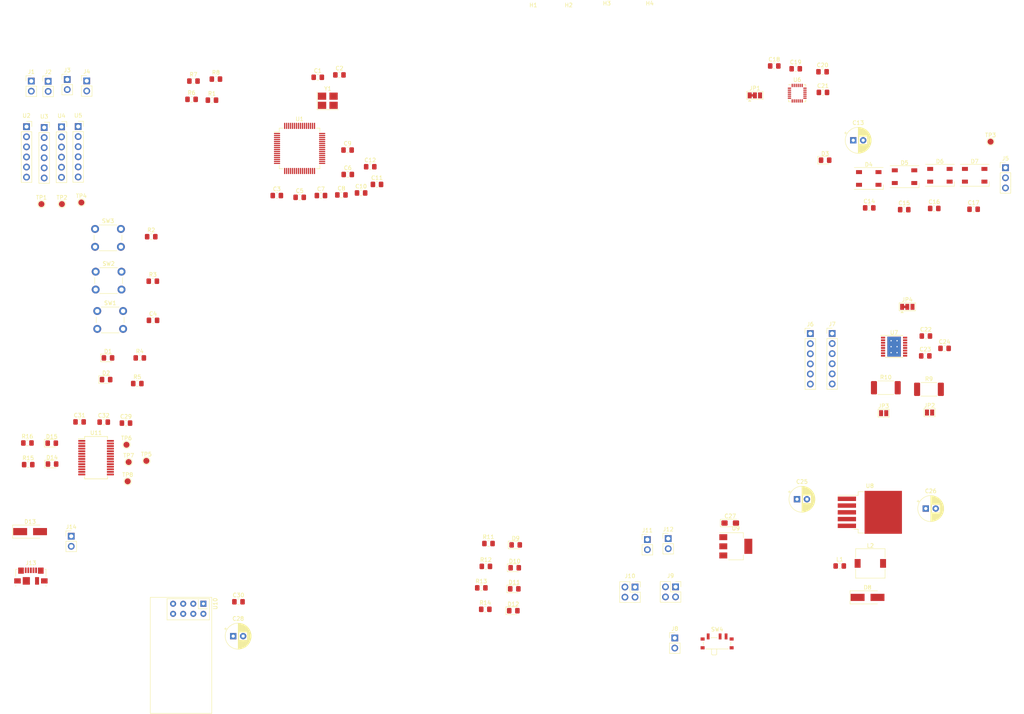
<source format=kicad_pcb>
(kicad_pcb (version 20171130) (host pcbnew "(5.1.10)-1")
  (layers (0 F.Cu signal) (31 B.Cu signal) (34 B.Paste user) (35 F.Paste user) (36 B.SilkS user) (37 F.SilkS user) (38 B.Mask user) (39 F.Mask user) (44 Edge.Cuts user))
  (net 0 "")
  (net 1 GND)
  (net 2 "Net-(C1-Pad1)")
  (net 3 "Net-(C2-Pad1)")
  (net 4 NRST)
  (net 5 +3V3)
  (net 6 "Net-(C6-Pad1)")
  (net 7 "Net-(C9-Pad1)")
  (net 8 +5V)
  (net 9 "Net-(C21-Pad1)")
  (net 10 VBAT)
  (net 11 /LED_USR1)
  (net 12 "Net-(D1-Pad2)")
  (net 13 /LED_USR2)
  (net 14 "Net-(D2-Pad2)")
  (net 15 ADDR_LEDS)
  (net 16 "Net-(D4-Pad4)")
  (net 17 "Net-(D5-Pad4)")
  (net 18 "Net-(D6-Pad4)")
  (net 19 "Net-(D7-Pad4)")
  (net 20 "Net-(D8-Pad1)")
  (net 21 "Net-(D9-Pad2)")
  (net 22 "Net-(D10-Pad2)")
  (net 23 "Net-(D11-Pad2)")
  (net 24 "Net-(D12-Pad2)")
  (net 25 VBUS)
  (net 26 "Net-(D13-Pad1)")
  (net 27 "Net-(D14-Pad1)")
  (net 28 "Net-(D14-Pad2)")
  (net 29 "Net-(D15-Pad2)")
  (net 30 "Net-(D15-Pad1)")
  (net 31 VL53l0_1_XSHUT)
  (net 32 VL53l0_2_XSHUT)
  (net 33 VL53l0_3_XSHUT)
  (net 34 VL53l0_4_XSHUT)
  (net 35 Encoder_L_B)
  (net 36 Encoder_L_A)
  (net 37 /Motor_driver/ML2)
  (net 38 /Motor_driver/ML1)
  (net 39 /Motor_driver/MR1)
  (net 40 /Motor_driver/MR2)
  (net 41 Encoder_R_A)
  (net 42 Encoder_R_B)
  (net 43 "Net-(J8-Pad2)")
  (net 44 "Net-(J13-Pad2)")
  (net 45 "Net-(J13-Pad3)")
  (net 46 "Net-(J13-Pad6)")
  (net 47 ML_PWM_H)
  (net 48 ML_PWM_L)
  (net 49 ADC_ML_SENSE)
  (net 50 ADC_MR_SENSE)
  (net 51 DRV_EN)
  (net 52 I2C_AUX_SDA)
  (net 53 /BOOT1_BP2)
  (net 54 /BP1)
  (net 55 I2C_AUX_SCL)
  (net 56 VL53l0_I2C_SCL)
  (net 57 VL53l0_I2C_SDA)
  (net 58 "Net-(TP2-Pad1)")
  (net 59 "Net-(TP5-Pad1)")
  (net 60 FTDI_RX)
  (net 61 FTDI_TX)
  (net 62 MPU_FSYNC)
  (net 63 MPU_INT)
  (net 64 VL53l0_1_INT)
  (net 65 MR_PWM_H)
  (net 66 MR_PWM_L)
  (net 67 NRF_IRQ)
  (net 68 NRF_CE)
  (net 69 NRF_nCSN)
  (net 70 /BOOT0)
  (net 71 /SWCLK)
  (net 72 /SWIO)
  (net 73 USB_DP)
  (net 74 USB_DM)
  (net 75 USB_VBUS)
  (net 76 I2C_AUX_INT)
  (net 77 AUX_UART_RX)
  (net 78 AUX_UART_TX)
  (net 79 NRF_SPI_MOSI)
  (net 80 NRF_SPI_MISO)
  (net 81 NRF_SPI_SCK)
  (net 82 /AUX_GPIO_2)
  (net 83 /AUX_GPIO_1)
  (net 84 /BATT_ADC)
  (net 85 AUX_SPI_INT)
  (net 86 SPI_AUX_MOSI)
  (net 87 SPI_AUX_MISO)
  (net 88 SPI_AUX_SCK)
  (net 89 SPI_AUX_NSS)
  (net 90 PWM_MR_L)
  (net 91 PWM_MR_H)
  (net 92 PWM_ML_L)
  (net 93 PWM_ML_H)
  (net 94 AUX_I2C_SCL)
  (net 95 AUX_I2C_SDA)
  (net 96 /Motor_driver/nFAULT)
  (net 97 "Net-(C14-Pad1)")
  (net 98 "Net-(C20-Pad1)")
  (net 99 "Net-(C22-Pad1)")
  (net 100 "Net-(C23-Pad2)")
  (net 101 "Net-(C29-Pad2)")
  (net 102 "Net-(JP1-Pad2)")
  (net 103 "Net-(JP4-Pad2)")
  (net 104 "Net-(TP1-Pad1)")
  (net 105 "Net-(TP4-Pad1)")
  (net 106 "Net-(TP8-Pad1)")
  (module Capacitor_SMD:C_0805_2012Metric_Pad1.15x1.40mm_HandSolder (layer F.Cu) (at 175.125 -75.7)
    (fp_text reference C1 (at 0 -1.65) (layer F.SilkS))
    (fp_text value 18pF)
    (pad 2 smd roundrect (at 1.025 0) (size 1.15 1.4) (layers F.Cu F.Paste F.Mask) (roundrect_rratio 0.217391) (net 1 GND))
    (pad 1 smd roundrect (at -1.025 0) (size 1.15 1.4) (layers F.Cu F.Paste F.Mask) (roundrect_rratio 0.217391) (net 2 "Net-(C1-Pad1)"))
  )
  (module Capacitor_SMD:C_0805_2012Metric_Pad1.15x1.40mm_HandSolder (layer F.Cu) (at 180.575 -76.3)
    (fp_text reference C2 (at 0 -1.65) (layer F.SilkS))
    (fp_text value 18pF)
    (pad 1 smd roundrect (at -1.025 0) (size 1.15 1.4) (layers F.Cu F.Paste F.Mask) (roundrect_rratio 0.217391) (net 3 "Net-(C2-Pad1)"))
    (pad 2 smd roundrect (at 1.025 0) (size 1.15 1.4) (layers F.Cu F.Paste F.Mask) (roundrect_rratio 0.217391) (net 1 GND))
  )
  (module Capacitor_SMD:C_0805_2012Metric_Pad1.15x1.40mm_HandSolder (layer F.Cu) (at 164.825 -45.95)
    (fp_text reference C3 (at 0 -1.65) (layer F.SilkS))
    (fp_text value 100nF)
    (pad 2 smd roundrect (at 1.025 0) (size 1.15 1.4) (layers F.Cu F.Paste F.Mask) (roundrect_rratio 0.217391) (net 1 GND))
    (pad 1 smd roundrect (at -1.025 0) (size 1.15 1.4) (layers F.Cu F.Paste F.Mask) (roundrect_rratio 0.217391) (net 5 +3V3))
  )
  (module Capacitor_SMD:C_0805_2012Metric_Pad1.15x1.40mm_HandSolder (layer F.Cu) (at 133.675 -14.55)
    (fp_text reference C4 (at 0 -1.65) (layer F.SilkS))
    (fp_text value 100nF)
    (pad 1 smd roundrect (at -1.025 0) (size 1.15 1.4) (layers F.Cu F.Paste F.Mask) (roundrect_rratio 0.217391) (net 4 NRST))
    (pad 2 smd roundrect (at 1.025 0) (size 1.15 1.4) (layers F.Cu F.Paste F.Mask) (roundrect_rratio 0.217391) (net 1 GND))
  )
  (module Capacitor_SMD:C_0805_2012Metric_Pad1.15x1.40mm_HandSolder (layer F.Cu) (at 170.575 -45.5)
    (fp_text reference C5 (at 0 -1.65) (layer F.SilkS))
    (fp_text value 100nF)
    (pad 2 smd roundrect (at 1.025 0) (size 1.15 1.4) (layers F.Cu F.Paste F.Mask) (roundrect_rratio 0.217391) (net 1 GND))
    (pad 1 smd roundrect (at -1.025 0) (size 1.15 1.4) (layers F.Cu F.Paste F.Mask) (roundrect_rratio 0.217391) (net 5 +3V3))
  )
  (module Capacitor_SMD:C_0805_2012Metric_Pad1.15x1.40mm_HandSolder (layer F.Cu) (at 182.675 -51.25)
    (fp_text reference C6 (at 0 -1.65) (layer F.SilkS))
    (fp_text value 4.7uF)
    (pad 2 smd roundrect (at 1.025 0) (size 1.15 1.4) (layers F.Cu F.Paste F.Mask) (roundrect_rratio 0.217391) (net 1 GND))
    (pad 1 smd roundrect (at -1.025 0) (size 1.15 1.4) (layers F.Cu F.Paste F.Mask) (roundrect_rratio 0.217391) (net 6 "Net-(C6-Pad1)"))
  )
  (module Capacitor_SMD:C_0805_2012Metric_Pad1.15x1.40mm_HandSolder (layer F.Cu) (at 175.925 -45.95)
    (fp_text reference C7 (at 0 -1.65) (layer F.SilkS))
    (fp_text value 100nF)
    (pad 1 smd roundrect (at -1.025 0) (size 1.15 1.4) (layers F.Cu F.Paste F.Mask) (roundrect_rratio 0.217391) (net 5 +3V3))
    (pad 2 smd roundrect (at 1.025 0) (size 1.15 1.4) (layers F.Cu F.Paste F.Mask) (roundrect_rratio 0.217391) (net 1 GND))
  )
  (module Capacitor_SMD:C_0805_2012Metric_Pad1.15x1.40mm_HandSolder (layer F.Cu) (at 181.075 -46.1)
    (fp_text reference C8 (at 0 -1.65) (layer F.SilkS))
    (fp_text value 100nF)
    (pad 1 smd roundrect (at -1.025 0) (size 1.15 1.4) (layers F.Cu F.Paste F.Mask) (roundrect_rratio 0.217391) (net 5 +3V3))
    (pad 2 smd roundrect (at 1.025 0) (size 1.15 1.4) (layers F.Cu F.Paste F.Mask) (roundrect_rratio 0.217391) (net 1 GND))
  )
  (module Capacitor_SMD:C_0805_2012Metric_Pad1.15x1.40mm_HandSolder (layer F.Cu) (at 182.625 -57.4)
    (fp_text reference C9 (at 0 -1.65) (layer F.SilkS))
    (fp_text value 100nF)
    (pad 2 smd roundrect (at 1.025 0) (size 1.15 1.4) (layers F.Cu F.Paste F.Mask) (roundrect_rratio 0.217391) (net 5 +3V3))
    (pad 1 smd roundrect (at -1.025 0) (size 1.15 1.4) (layers F.Cu F.Paste F.Mask) (roundrect_rratio 0.217391) (net 7 "Net-(C9-Pad1)"))
  )
  (module Capacitor_SMD:C_0805_2012Metric_Pad1.15x1.40mm_HandSolder (layer F.Cu) (at 186.025 -46.6)
    (fp_text reference C10 (at 0 -1.65) (layer F.SilkS))
    (fp_text value 10uF)
    (pad 1 smd roundrect (at -1.025 0) (size 1.15 1.4) (layers F.Cu F.Paste F.Mask) (roundrect_rratio 0.217391) (net 5 +3V3))
    (pad 2 smd roundrect (at 1.025 0) (size 1.15 1.4) (layers F.Cu F.Paste F.Mask) (roundrect_rratio 0.217391) (net 1 GND))
  )
  (module Capacitor_SMD:C_0805_2012Metric_Pad1.15x1.40mm_HandSolder (layer F.Cu) (at 190.025 -48.75)
    (fp_text reference C11 (at 0 -1.65) (layer F.SilkS))
    (fp_text value 1uF)
    (pad 2 smd roundrect (at 1.025 0) (size 1.15 1.4) (layers F.Cu F.Paste F.Mask) (roundrect_rratio 0.217391) (net 1 GND))
    (pad 1 smd roundrect (at -1.025 0) (size 1.15 1.4) (layers F.Cu F.Paste F.Mask) (roundrect_rratio 0.217391) (net 5 +3V3))
  )
  (module Capacitor_SMD:C_0805_2012Metric_Pad1.15x1.40mm_HandSolder (layer F.Cu) (at 188.325 -53.2)
    (fp_text reference C12 (at 0 -1.65) (layer F.SilkS))
    (fp_text value 100nF)
    (pad 2 smd roundrect (at 1.025 0) (size 1.15 1.4) (layers F.Cu F.Paste F.Mask) (roundrect_rratio 0.217391) (net 1 GND))
    (pad 1 smd roundrect (at -1.025 0) (size 1.15 1.4) (layers F.Cu F.Paste F.Mask) (roundrect_rratio 0.217391) (net 5 +3V3))
  )
  (module Capacitor_SMD:C_0805_2012Metric_Pad1.15x1.40mm_HandSolder (layer F.Cu) (at 313.875 -42.85)
    (fp_text reference C14 (at 0 -1.65) (layer F.SilkS))
    (fp_text value 100nF)
    (pad 1 smd roundrect (at -1.025 0) (size 1.15 1.4) (layers F.Cu F.Paste F.Mask) (roundrect_rratio 0.217391) (net 97 "Net-(C14-Pad1)"))
    (pad 2 smd roundrect (at 1.025 0) (size 1.15 1.4) (layers F.Cu F.Paste F.Mask) (roundrect_rratio 0.217391) (net 1 GND))
  )
  (module Capacitor_SMD:C_0805_2012Metric_Pad1.15x1.40mm_HandSolder (layer F.Cu) (at 322.675 -42.4)
    (fp_text reference C15 (at 0 -1.65) (layer F.SilkS))
    (fp_text value 100nF)
    (pad 2 smd roundrect (at 1.025 0) (size 1.15 1.4) (layers F.Cu F.Paste F.Mask) (roundrect_rratio 0.217391) (net 1 GND))
    (pad 1 smd roundrect (at -1.025 0) (size 1.15 1.4) (layers F.Cu F.Paste F.Mask) (roundrect_rratio 0.217391) (net 8 +5V))
  )
  (module Capacitor_SMD:C_0805_2012Metric_Pad1.15x1.40mm_HandSolder (layer F.Cu) (at 330.225 -42.7)
    (fp_text reference C16 (at 0 -1.65) (layer F.SilkS))
    (fp_text value 100nF)
    (pad 1 smd roundrect (at -1.025 0) (size 1.15 1.4) (layers F.Cu F.Paste F.Mask) (roundrect_rratio 0.217391) (net 8 +5V))
    (pad 2 smd roundrect (at 1.025 0) (size 1.15 1.4) (layers F.Cu F.Paste F.Mask) (roundrect_rratio 0.217391) (net 1 GND))
  )
  (module Capacitor_SMD:C_0805_2012Metric_Pad1.15x1.40mm_HandSolder (layer F.Cu) (at 340.125 -42.5)
    (fp_text reference C17 (at 0 -1.65) (layer F.SilkS))
    (fp_text value 100nF)
    (pad 1 smd roundrect (at -1.025 0) (size 1.15 1.4) (layers F.Cu F.Paste F.Mask) (roundrect_rratio 0.217391) (net 8 +5V))
    (pad 2 smd roundrect (at 1.025 0) (size 1.15 1.4) (layers F.Cu F.Paste F.Mask) (roundrect_rratio 0.217391) (net 1 GND))
  )
  (module Capacitor_SMD:C_0805_2012Metric_Pad1.15x1.40mm_HandSolder (layer F.Cu) (at 289.975 -78.55)
    (fp_text reference C18 (at 0 -1.65) (layer F.SilkS))
    (fp_text value 10nF)
    (pad 2 smd roundrect (at 1.025 0) (size 1.15 1.4) (layers F.Cu F.Paste F.Mask) (roundrect_rratio 0.217391) (net 5 +3V3))
    (pad 1 smd roundrect (at -1.025 0) (size 1.15 1.4) (layers F.Cu F.Paste F.Mask) (roundrect_rratio 0.217391) (net 1 GND))
  )
  (module Capacitor_SMD:C_0805_2012Metric_Pad1.15x1.40mm_HandSolder (layer F.Cu) (at 295.375 -77.85)
    (fp_text reference C19 (at 0 -1.65) (layer F.SilkS))
    (fp_text value 100nF)
    (pad 1 smd roundrect (at -1.025 0) (size 1.15 1.4) (layers F.Cu F.Paste F.Mask) (roundrect_rratio 0.217391) (net 1 GND))
    (pad 2 smd roundrect (at 1.025 0) (size 1.15 1.4) (layers F.Cu F.Paste F.Mask) (roundrect_rratio 0.217391) (net 5 +3V3))
  )
  (module Capacitor_SMD:C_0805_2012Metric_Pad1.15x1.40mm_HandSolder (layer F.Cu) (at 302.225 -71.9)
    (fp_text reference C21 (at 0 -1.65) (layer F.SilkS))
    (fp_text value 2.2nF)
    (pad 1 smd roundrect (at -1.025 0) (size 1.15 1.4) (layers F.Cu F.Paste F.Mask) (roundrect_rratio 0.217391) (net 9 "Net-(C21-Pad1)"))
    (pad 2 smd roundrect (at 1.025 0) (size 1.15 1.4) (layers F.Cu F.Paste F.Mask) (roundrect_rratio 0.217391) (net 1 GND))
  )
  (module Capacitor_SMD:C_0805_2012Metric_Pad1.15x1.40mm_HandSolder (layer F.Cu) (at 328.125 -10.6)
    (fp_text reference C22 (at 0 -1.65) (layer F.SilkS))
    (fp_text value 10nF)
    (pad 2 smd roundrect (at 1.025 0) (size 1.15 1.4) (layers F.Cu F.Paste F.Mask) (roundrect_rratio 0.217391) (net 10 VBAT))
    (pad 1 smd roundrect (at -1.025 0) (size 1.15 1.4) (layers F.Cu F.Paste F.Mask) (roundrect_rratio 0.217391) (net 99 "Net-(C22-Pad1)"))
  )
  (module Capacitor_SMD:C_0805_2012Metric_Pad1.15x1.40mm_HandSolder (layer F.Cu) (at 327.975 -5.6)
    (fp_text reference C23 (at 0 -1.65) (layer F.SilkS))
    (fp_text value 2.2uF)
    (pad 1 smd roundrect (at -1.025 0) (size 1.15 1.4) (layers F.Cu F.Paste F.Mask) (roundrect_rratio 0.217391) (net 1 GND))
    (pad 2 smd roundrect (at 1.025 0) (size 1.15 1.4) (layers F.Cu F.Paste F.Mask) (roundrect_rratio 0.217391) (net 100 "Net-(C23-Pad2)"))
  )
  (module Capacitor_SMD:C_0805_2012Metric_Pad1.15x1.40mm_HandSolder (layer F.Cu) (at 332.825 -7.5)
    (fp_text reference C24 (at 0 -1.65) (layer F.SilkS))
    (fp_text value 10uF)
    (pad 2 smd roundrect (at 1.025 0) (size 1.15 1.4) (layers F.Cu F.Paste F.Mask) (roundrect_rratio 0.217391) (net 1 GND))
    (pad 1 smd roundrect (at -1.025 0) (size 1.15 1.4) (layers F.Cu F.Paste F.Mask) (roundrect_rratio 0.217391) (net 10 VBAT))
  )
  (module Capacitor_SMD:C_0805_2012Metric_Pad1.15x1.40mm_HandSolder (layer F.Cu) (at 126.875 11.3)
    (fp_text reference C29 (at 0 -1.65) (layer F.SilkS))
    (fp_text value 100nF)
    (pad 1 smd roundrect (at -1.025 0) (size 1.15 1.4) (layers F.Cu F.Paste F.Mask) (roundrect_rratio 0.217391) (net 1 GND))
    (pad 2 smd roundrect (at 1.025 0) (size 1.15 1.4) (layers F.Cu F.Paste F.Mask) (roundrect_rratio 0.217391) (net 101 "Net-(C29-Pad2)"))
  )
  (module Capacitor_SMD:C_0805_2012Metric_Pad1.15x1.40mm_HandSolder (layer F.Cu) (at 155.175 56.25)
    (fp_text reference C30 (at 0 -1.65) (layer F.SilkS))
    (fp_text value Unpopulated)
    (pad 2 smd roundrect (at 1.025 0) (size 1.15 1.4) (layers F.Cu F.Paste F.Mask) (roundrect_rratio 0.217391) (net 1 GND))
    (pad 1 smd roundrect (at -1.025 0) (size 1.15 1.4) (layers F.Cu F.Paste F.Mask) (roundrect_rratio 0.217391) (net 5 +3V3))
  )
  (module Capacitor_SMD:C_0805_2012Metric_Pad1.15x1.40mm_HandSolder (layer F.Cu) (at 115.2 11)
    (fp_text reference C31 (at 0 -1.65) (layer F.SilkS))
    (fp_text value 100nF)
    (pad 2 smd roundrect (at 1.025 0) (size 1.15 1.4) (layers F.Cu F.Paste F.Mask) (roundrect_rratio 0.217391) (net 8 +5V))
    (pad 1 smd roundrect (at -1.025 0) (size 1.15 1.4) (layers F.Cu F.Paste F.Mask) (roundrect_rratio 0.217391) (net 1 GND))
  )
  (module LED_SMD:LED_0805_2012Metric_Pad1.15x1.40mm_HandSolder (layer F.Cu) (at 122.35 -5.1)
    (fp_text reference D1 (at 0 -1.65) (layer F.SilkS))
    (fp_text value LED_Blue)
    (pad 1 smd roundrect (at -1.025 0) (size 1.15 1.4) (layers F.Cu F.Paste F.Mask) (roundrect_rratio 0.217391) (net 11 /LED_USR1))
    (pad 2 smd roundrect (at 1.025 0) (size 1.15 1.4) (layers F.Cu F.Paste F.Mask) (roundrect_rratio 0.217391) (net 12 "Net-(D1-Pad2)"))
  )
  (module LED_SMD:LED_0805_2012Metric_Pad1.15x1.40mm_HandSolder (layer F.Cu) (at 121.875 0.35)
    (fp_text reference D2 (at 0 -1.65) (layer F.SilkS))
    (fp_text value LED_Blue)
    (pad 1 smd roundrect (at -1.025 0) (size 1.15 1.4) (layers F.Cu F.Paste F.Mask) (roundrect_rratio 0.217391) (net 13 /LED_USR2))
    (pad 2 smd roundrect (at 1.025 0) (size 1.15 1.4) (layers F.Cu F.Paste F.Mask) (roundrect_rratio 0.217391) (net 14 "Net-(D2-Pad2)"))
  )
  (module Diode_SMD:D_0805_2012Metric_Pad1.15x1.40mm_HandSolder (layer F.Cu) (at 302.775 -54.85)
    (fp_text reference D3 (at 0 -1.65) (layer F.SilkS))
    (fp_text value M7)
    (pad 1 smd roundrect (at -1.025 0) (size 1.15 1.4) (layers F.Cu F.Paste F.Mask) (roundrect_rratio 0.217391) (net 97 "Net-(C14-Pad1)"))
    (pad 2 smd roundrect (at 1.025 0) (size 1.15 1.4) (layers F.Cu F.Paste F.Mask) (roundrect_rratio 0.217391) (net 8 +5V))
  )
  (module LED_SMD:LED_SK6812_PLCC4_5.0x5.0mm_P3.2mm (layer F.Cu) (at 313.75 -50.25)
    (fp_text reference D4 (at 0 -3.5) (layer F.SilkS))
    (fp_text value SK6812)
    (pad 1 smd rect (at 2.45 1.6) (size 1.5 1) (layers F.Cu F.Paste F.Mask) (net 1 GND))
    (pad 2 smd rect (at 2.45 -1.6) (size 1.5 1) (layers F.Cu F.Paste F.Mask) (net 15 ADDR_LEDS))
    (pad 4 smd rect (at -2.45 1.6) (size 1.5 1) (layers F.Cu F.Paste F.Mask) (net 16 "Net-(D4-Pad4)"))
    (pad 3 smd rect (at -2.45 -1.6) (size 1.5 1) (layers F.Cu F.Paste F.Mask) (net 97 "Net-(C14-Pad1)"))
  )
  (module LED_SMD:LED_SK6812_PLCC4_5.0x5.0mm_P3.2mm (layer F.Cu) (at 322.75 -50.7)
    (fp_text reference D5 (at 0 -3.5) (layer F.SilkS))
    (fp_text value SK6812)
    (pad 3 smd rect (at -2.45 -1.6) (size 1.5 1) (layers F.Cu F.Paste F.Mask) (net 8 +5V))
    (pad 4 smd rect (at -2.45 1.6) (size 1.5 1) (layers F.Cu F.Paste F.Mask) (net 17 "Net-(D5-Pad4)"))
    (pad 2 smd rect (at 2.45 -1.6) (size 1.5 1) (layers F.Cu F.Paste F.Mask) (net 16 "Net-(D4-Pad4)"))
    (pad 1 smd rect (at 2.45 1.6) (size 1.5 1) (layers F.Cu F.Paste F.Mask) (net 1 GND))
  )
  (module LED_SMD:LED_SK6812_PLCC4_5.0x5.0mm_P3.2mm (layer F.Cu) (at 331.65 -51.05)
    (fp_text reference D6 (at 0 -3.5) (layer F.SilkS))
    (fp_text value SK6812)
    (pad 3 smd rect (at -2.45 -1.6) (size 1.5 1) (layers F.Cu F.Paste F.Mask) (net 8 +5V))
    (pad 4 smd rect (at -2.45 1.6) (size 1.5 1) (layers F.Cu F.Paste F.Mask) (net 18 "Net-(D6-Pad4)"))
    (pad 2 smd rect (at 2.45 -1.6) (size 1.5 1) (layers F.Cu F.Paste F.Mask) (net 17 "Net-(D5-Pad4)"))
    (pad 1 smd rect (at 2.45 1.6) (size 1.5 1) (layers F.Cu F.Paste F.Mask) (net 1 GND))
  )
  (module LED_SMD:LED_SK6812_PLCC4_5.0x5.0mm_P3.2mm (layer F.Cu) (at 340.4 -51.05)
    (fp_text reference D7 (at 0 -3.5) (layer F.SilkS))
    (fp_text value SK6812)
    (pad 1 smd rect (at 2.45 1.6) (size 1.5 1) (layers F.Cu F.Paste F.Mask) (net 1 GND))
    (pad 2 smd rect (at 2.45 -1.6) (size 1.5 1) (layers F.Cu F.Paste F.Mask) (net 18 "Net-(D6-Pad4)"))
    (pad 4 smd rect (at -2.45 1.6) (size 1.5 1) (layers F.Cu F.Paste F.Mask) (net 19 "Net-(D7-Pad4)"))
    (pad 3 smd rect (at -2.45 -1.6) (size 1.5 1) (layers F.Cu F.Paste F.Mask) (net 8 +5V))
  )
  (module Diode_SMD:D_SMA_Handsoldering (layer F.Cu) (at 313.45 55.15)
    (fp_text reference D8 (at 0 -2.5) (layer F.SilkS))
    (fp_text value SS14)
    (pad 1 smd rect (at -2.5 0) (size 3.5 1.8) (layers F.Cu F.Paste F.Mask) (net 20 "Net-(D8-Pad1)"))
    (pad 2 smd rect (at 2.5 0) (size 3.5 1.8) (layers F.Cu F.Paste F.Mask) (net 1 GND))
  )
  (module LED_SMD:LED_0805_2012Metric_Pad1.15x1.40mm_HandSolder (layer F.Cu) (at 224.925 41.95)
    (fp_text reference D9 (at 0 -1.65) (layer F.SilkS))
    (fp_text value LED_Red)
    (pad 2 smd roundrect (at 1.025 0) (size 1.15 1.4) (layers F.Cu F.Paste F.Mask) (roundrect_rratio 0.217391) (net 21 "Net-(D9-Pad2)"))
    (pad 1 smd roundrect (at -1.025 0) (size 1.15 1.4) (layers F.Cu F.Paste F.Mask) (roundrect_rratio 0.217391) (net 1 GND))
  )
  (module LED_SMD:LED_0805_2012Metric_Pad1.15x1.40mm_HandSolder (layer F.Cu) (at 224.675 47.7)
    (fp_text reference D10 (at 0 -1.65) (layer F.SilkS))
    (fp_text value LED_Yellow)
    (pad 2 smd roundrect (at 1.025 0) (size 1.15 1.4) (layers F.Cu F.Paste F.Mask) (roundrect_rratio 0.217391) (net 22 "Net-(D10-Pad2)"))
    (pad 1 smd roundrect (at -1.025 0) (size 1.15 1.4) (layers F.Cu F.Paste F.Mask) (roundrect_rratio 0.217391) (net 1 GND))
  )
  (module LED_SMD:LED_0805_2012Metric_Pad1.15x1.40mm_HandSolder (layer F.Cu) (at 224.575 53)
    (fp_text reference D11 (at 0 -1.65) (layer F.SilkS))
    (fp_text value LED_Green)
    (pad 1 smd roundrect (at -1.025 0) (size 1.15 1.4) (layers F.Cu F.Paste F.Mask) (roundrect_rratio 0.217391) (net 1 GND))
    (pad 2 smd roundrect (at 1.025 0) (size 1.15 1.4) (layers F.Cu F.Paste F.Mask) (roundrect_rratio 0.217391) (net 23 "Net-(D11-Pad2)"))
  )
  (module LED_SMD:LED_0805_2012Metric_Pad1.15x1.40mm_HandSolder (layer F.Cu) (at 224.325 58.5)
    (fp_text reference D12 (at 0 -1.65) (layer F.SilkS))
    (fp_text value LED_Green)
    (pad 2 smd roundrect (at 1.025 0) (size 1.15 1.4) (layers F.Cu F.Paste F.Mask) (roundrect_rratio 0.217391) (net 24 "Net-(D12-Pad2)"))
    (pad 1 smd roundrect (at -1.025 0) (size 1.15 1.4) (layers F.Cu F.Paste F.Mask) (roundrect_rratio 0.217391) (net 1 GND))
  )
  (module Diode_SMD:D_SMA_Handsoldering (layer F.Cu) (at 102.75 38.6)
    (fp_text reference D13 (at 0 -2.5) (layer F.SilkS))
    (fp_text value D_Zener_Small)
    (pad 2 smd rect (at 2.5 0) (size 3.5 1.8) (layers F.Cu F.Paste F.Mask) (net 25 VBUS))
    (pad 1 smd rect (at -2.5 0) (size 3.5 1.8) (layers F.Cu F.Paste F.Mask) (net 26 "Net-(D13-Pad1)"))
  )
  (module LED_SMD:LED_0805_2012Metric_Pad1.15x1.40mm_HandSolder (layer F.Cu) (at 108.275 21.6)
    (fp_text reference D14 (at 0 -1.65) (layer F.SilkS))
    (fp_text value Yellow)
    (pad 1 smd roundrect (at -1.025 0) (size 1.15 1.4) (layers F.Cu F.Paste F.Mask) (roundrect_rratio 0.217391) (net 27 "Net-(D14-Pad1)"))
    (pad 2 smd roundrect (at 1.025 0) (size 1.15 1.4) (layers F.Cu F.Paste F.Mask) (roundrect_rratio 0.217391) (net 28 "Net-(D14-Pad2)"))
  )
  (module LED_SMD:LED_0805_2012Metric_Pad1.15x1.40mm_HandSolder (layer F.Cu) (at 108.2 16.35)
    (fp_text reference D15 (at 0 -1.65) (layer F.SilkS))
    (fp_text value Yellow)
    (pad 2 smd roundrect (at 1.025 0) (size 1.15 1.4) (layers F.Cu F.Paste F.Mask) (roundrect_rratio 0.217391) (net 29 "Net-(D15-Pad2)"))
    (pad 1 smd roundrect (at -1.025 0) (size 1.15 1.4) (layers F.Cu F.Paste F.Mask) (roundrect_rratio 0.217391) (net 30 "Net-(D15-Pad1)"))
  )
  (module MountingHole:MountingHole_3.2mm_M3 (layer F.Cu) (at 229.35 -89.65)
    (fp_text reference H1 (at 0 -4.2) (layer F.SilkS))
    (fp_text value MountingHole)
    (pad 1 np_thru_hole circle (at 0 0) (size 3.2 3.2) (drill 3.2) (layers *.Cu *.Mask))
  )
  (module MountingHole:MountingHole_3.2mm_M3 (layer F.Cu) (at 238.25 -89.65)
    (fp_text reference H2 (at 0 -4.2) (layer F.SilkS))
    (fp_text value MountingHole)
    (pad 1 np_thru_hole circle (at 0 0) (size 3.2 3.2) (drill 3.2) (layers *.Cu *.Mask))
  )
  (module MountingHole:MountingHole_3.2mm_M3 (layer F.Cu) (at 247.85 -90.1)
    (fp_text reference H3 (at 0 -4.2) (layer F.SilkS))
    (fp_text value MountingHole)
    (pad 1 np_thru_hole circle (at 0 0) (size 3.2 3.2) (drill 3.2) (layers *.Cu *.Mask))
  )
  (module MountingHole:MountingHole_3.2mm_M3 (layer F.Cu) (at 258.65 -90.1)
    (fp_text reference H4 (at 0 -4.2) (layer F.SilkS))
    (fp_text value MountingHole)
    (pad 1 np_thru_hole circle (at 0 0) (size 3.2 3.2) (drill 3.2) (layers *.Cu *.Mask))
  )
  (module Connector_PinHeader_2.54mm:PinHeader_1x02_P2.54mm_Vertical (layer F.Cu) (at 103.05 -74.75)
    (fp_text reference J1 (at 0 -2.33) (layer F.SilkS))
    (fp_text value Conn_01x02)
    (pad 2 thru_hole oval (at 0 2.54) (size 1.7 1.7) (drill 1) (layers *.Cu *.Mask) (net 1 GND))
    (pad 1 thru_hole rect (at 0 0) (size 1.7 1.7) (drill 1) (layers *.Cu *.Mask) (net 31 VL53l0_1_XSHUT))
  )
  (module Connector_PinHeader_2.54mm:PinHeader_1x02_P2.54mm_Vertical (layer F.Cu) (at 107.3 -74.7)
    (fp_text reference J2 (at 0 -2.33) (layer F.SilkS))
    (fp_text value Conn_01x02)
    (pad 1 thru_hole rect (at 0 0) (size 1.7 1.7) (drill 1) (layers *.Cu *.Mask) (net 32 VL53l0_2_XSHUT))
    (pad 2 thru_hole oval (at 0 2.54) (size 1.7 1.7) (drill 1) (layers *.Cu *.Mask) (net 1 GND))
  )
  (module Connector_PinHeader_2.54mm:PinHeader_1x02_P2.54mm_Vertical (layer F.Cu) (at 112.1 -75.15)
    (fp_text reference J3 (at 0 -2.33) (layer F.SilkS))
    (fp_text value Conn_01x02)
    (pad 2 thru_hole oval (at 0 2.54) (size 1.7 1.7) (drill 1) (layers *.Cu *.Mask) (net 1 GND))
    (pad 1 thru_hole rect (at 0 0) (size 1.7 1.7) (drill 1) (layers *.Cu *.Mask) (net 33 VL53l0_3_XSHUT))
  )
  (module Connector_PinHeader_2.54mm:PinHeader_1x02_P2.54mm_Vertical (layer F.Cu) (at 117 -74.8)
    (fp_text reference J4 (at 0 -2.33) (layer F.SilkS))
    (fp_text value Conn_01x02)
    (pad 1 thru_hole rect (at 0 0) (size 1.7 1.7) (drill 1) (layers *.Cu *.Mask) (net 34 VL53l0_4_XSHUT))
    (pad 2 thru_hole oval (at 0 2.54) (size 1.7 1.7) (drill 1) (layers *.Cu *.Mask) (net 1 GND))
  )
  (module Connector_PinHeader_2.54mm:PinHeader_1x03_P2.54mm_Vertical (layer F.Cu) (at 348.15 -52.95)
    (fp_text reference J5 (at 0 -2.33) (layer F.SilkS))
    (fp_text value Conn_01x03)
    (pad 1 thru_hole rect (at 0 0) (size 1.7 1.7) (drill 1) (layers *.Cu *.Mask) (net 8 +5V))
    (pad 2 thru_hole oval (at 0 2.54) (size 1.7 1.7) (drill 1) (layers *.Cu *.Mask) (net 19 "Net-(D7-Pad4)"))
    (pad 3 thru_hole oval (at 0 5.08) (size 1.7 1.7) (drill 1) (layers *.Cu *.Mask) (net 1 GND))
  )
  (module Connector_PinHeader_2.54mm:PinHeader_1x06_P2.54mm_Vertical (layer F.Cu) (at 299.05 -11.22)
    (fp_text reference J6 (at 0 -2.33) (layer F.SilkS))
    (fp_text value ME_L)
    (pad 6 thru_hole oval (at 0 12.7) (size 1.7 1.7) (drill 1) (layers *.Cu *.Mask) (net 1 GND))
    (pad 5 thru_hole oval (at 0 10.16) (size 1.7 1.7) (drill 1) (layers *.Cu *.Mask) (net 35 Encoder_L_B))
    (pad 4 thru_hole oval (at 0 7.62) (size 1.7 1.7) (drill 1) (layers *.Cu *.Mask) (net 36 Encoder_L_A))
    (pad 3 thru_hole oval (at 0 5.08) (size 1.7 1.7) (drill 1) (layers *.Cu *.Mask) (net 5 +3V3))
    (pad 2 thru_hole oval (at 0 2.54) (size 1.7 1.7) (drill 1) (layers *.Cu *.Mask) (net 37 /Motor_driver/ML2))
    (pad 1 thru_hole rect (at 0 0) (size 1.7 1.7) (drill 1) (layers *.Cu *.Mask) (net 38 /Motor_driver/ML1))
  )
  (module Connector_PinHeader_2.54mm:PinHeader_1x06_P2.54mm_Vertical (layer F.Cu) (at 304.55 -11.25)
    (fp_text reference J7 (at 0 -2.33) (layer F.SilkS))
    (fp_text value ME_R)
    (pad 1 thru_hole rect (at 0 0) (size 1.7 1.7) (drill 1) (layers *.Cu *.Mask) (net 39 /Motor_driver/MR1))
    (pad 2 thru_hole oval (at 0 2.54) (size 1.7 1.7) (drill 1) (layers *.Cu *.Mask) (net 40 /Motor_driver/MR2))
    (pad 3 thru_hole oval (at 0 5.08) (size 1.7 1.7) (drill 1) (layers *.Cu *.Mask) (net 5 +3V3))
    (pad 4 thru_hole oval (at 0 7.62) (size 1.7 1.7) (drill 1) (layers *.Cu *.Mask) (net 41 Encoder_R_A))
    (pad 5 thru_hole oval (at 0 10.16) (size 1.7 1.7) (drill 1) (layers *.Cu *.Mask) (net 42 Encoder_R_B))
    (pad 6 thru_hole oval (at 0 12.7) (size 1.7 1.7) (drill 1) (layers *.Cu *.Mask) (net 1 GND))
  )
  (module Connector_PinHeader_2.54mm:PinHeader_1x02_P2.54mm_Vertical (layer F.Cu) (at 264.95 65.36)
    (fp_text reference J8 (at 0 -2.33) (layer F.SilkS))
    (fp_text value Conn_01x02)
    (pad 1 thru_hole rect (at 0 0) (size 1.7 1.7) (drill 1) (layers *.Cu *.Mask) (net 1 GND))
    (pad 2 thru_hole oval (at 0 2.54) (size 1.7 1.7) (drill 1) (layers *.Cu *.Mask) (net 43 "Net-(J8-Pad2)"))
  )
  (module Connector_PinSocket_2.54mm:PinSocket_2x02_P2.54mm_Vertical (layer F.Cu) (at 265.15 52.5)
    (fp_text reference J9 (at -1.27 -2.77) (layer F.SilkS))
    (fp_text value Conn_02x02_Counter_Clockwise)
    (pad 4 thru_hole oval (at -2.54 2.54) (size 1.7 1.7) (drill 1) (layers *.Cu *.Mask) (net 1 GND))
    (pad 3 thru_hole oval (at 0 2.54) (size 1.7 1.7) (drill 1) (layers *.Cu *.Mask) (net 1 GND))
    (pad 2 thru_hole oval (at -2.54 0) (size 1.7 1.7) (drill 1) (layers *.Cu *.Mask) (net 8 +5V))
    (pad 1 thru_hole rect (at 0 0) (size 1.7 1.7) (drill 1) (layers *.Cu *.Mask) (net 8 +5V))
  )
  (module Connector_PinSocket_2.54mm:PinSocket_2x02_P2.54mm_Vertical (layer F.Cu) (at 254.95 52.55)
    (fp_text reference J10 (at -1.27 -2.77) (layer F.SilkS))
    (fp_text value Conn_02x02_Counter_Clockwise)
    (pad 1 thru_hole rect (at 0 0) (size 1.7 1.7) (drill 1) (layers *.Cu *.Mask) (net 5 +3V3))
    (pad 2 thru_hole oval (at -2.54 0) (size 1.7 1.7) (drill 1) (layers *.Cu *.Mask) (net 5 +3V3))
    (pad 3 thru_hole oval (at 0 2.54) (size 1.7 1.7) (drill 1) (layers *.Cu *.Mask) (net 1 GND))
    (pad 4 thru_hole oval (at -2.54 2.54) (size 1.7 1.7) (drill 1) (layers *.Cu *.Mask) (net 1 GND))
  )
  (module Connector_PinHeader_2.54mm:PinHeader_1x02_P2.54mm_Vertical (layer F.Cu) (at 258.05 40.61)
    (fp_text reference J11 (at 0 -2.33) (layer F.SilkS))
    (fp_text value AUX_IN)
    (pad 2 thru_hole oval (at 0 2.54) (size 1.7 1.7) (drill 1) (layers *.Cu *.Mask) (net 10 VBAT))
    (pad 1 thru_hole rect (at 0 0) (size 1.7 1.7) (drill 1) (layers *.Cu *.Mask) (net 1 GND))
  )
  (module Connector_PinHeader_2.54mm:PinHeader_1x02_P2.54mm_Vertical (layer F.Cu) (at 263.3 40.36)
    (fp_text reference J12 (at 0 -2.33) (layer F.SilkS))
    (fp_text value AUX_OUT)
    (pad 2 thru_hole oval (at 0 2.54) (size 1.7 1.7) (drill 1) (layers *.Cu *.Mask) (net 8 +5V))
    (pad 1 thru_hole rect (at 0 0) (size 1.7 1.7) (drill 1) (layers *.Cu *.Mask) (net 1 GND))
  )
  (module Connector_USB:USB_Micro-B_Molex_47346-0001 (layer F.Cu) (at 102.95 49.8)
    (fp_text reference J13 (at 0 -3.3 180) (layer F.SilkS))
    (fp_text value USB_B_Micro)
    (pad 1 smd rect (at -1.3 -1.46) (size 0.45 1.38) (layers F.Cu F.Paste F.Mask) (net 25 VBUS))
    (pad 2 smd rect (at -0.65 -1.46) (size 0.45 1.38) (layers F.Cu F.Paste F.Mask) (net 44 "Net-(J13-Pad2)"))
    (pad 3 smd rect (at 0 -1.46) (size 0.45 1.38) (layers F.Cu F.Paste F.Mask) (net 45 "Net-(J13-Pad3)"))
    (pad 4 smd rect (at 0.65 -1.46) (size 0.45 1.38) (layers F.Cu F.Paste F.Mask))
    (pad 5 smd rect (at 1.3 -1.46) (size 0.45 1.38) (layers F.Cu F.Paste F.Mask) (net 1 GND))
    (pad 6 smd rect (at -2.4875 -1.375) (size 1.425 1.55) (layers F.Cu F.Paste F.Mask) (net 46 "Net-(J13-Pad6)"))
    (pad 6 smd rect (at 2.4875 -1.375) (size 1.425 1.55) (layers F.Cu F.Paste F.Mask) (net 46 "Net-(J13-Pad6)"))
    (pad 6 smd rect (at -3.375 1.2) (size 1.65 1.3) (layers F.Cu F.Paste F.Mask) (net 46 "Net-(J13-Pad6)"))
    (pad 6 smd rect (at 3.375 1.2) (size 1.65 1.3) (layers F.Cu F.Paste F.Mask) (net 46 "Net-(J13-Pad6)"))
    (pad 6 smd rect (at -1.15 1.2) (size 1.8 1.9) (layers F.Cu F.Paste F.Mask) (net 46 "Net-(J13-Pad6)"))
    (pad 6 smd rect (at 1.55 1.2) (size 1 1.9) (layers F.Cu F.Paste F.Mask) (net 46 "Net-(J13-Pad6)"))
  )
  (module Connector_PinHeader_2.54mm:PinHeader_1x02_P2.54mm_Vertical (layer F.Cu) (at 113.1 39.76)
    (fp_text reference J14 (at 0 -2.33) (layer F.SilkS))
    (fp_text value Conn_01x02)
    (pad 1 thru_hole rect (at 0 0) (size 1.7 1.7) (drill 1) (layers *.Cu *.Mask) (net 8 +5V))
    (pad 2 thru_hole oval (at 0 2.54) (size 1.7 1.7) (drill 1) (layers *.Cu *.Mask) (net 26 "Net-(D13-Pad1)"))
  )
  (module Jumper:SolderJumper-2_P1.3mm_Open_Pad1.0x1.5mm (layer F.Cu) (at 329.05 8.65)
    (fp_text reference JP2 (at 0 -1.8) (layer F.SilkS))
    (fp_text value SolderJumper_2_Open)
    (pad 1 smd rect (at -0.65 0) (size 1 1.5) (layers F.Cu F.Mask) (net 1 GND))
    (pad 2 smd rect (at 0.65 0) (size 1 1.5) (layers F.Cu F.Mask) (net 49 ADC_ML_SENSE))
  )
  (module Inductor_SMD:L_0805_2012Metric_Pad1.15x1.40mm_HandSolder (layer F.Cu) (at 306.45 47.25)
    (fp_text reference L1 (at 0 -1.65) (layer F.SilkS))
    (fp_text value 22uh)
    (pad 1 smd roundrect (at -1.025 0) (size 1.15 1.4) (layers F.Cu F.Paste F.Mask) (roundrect_rratio 0.217391) (net 20 "Net-(D8-Pad1)"))
    (pad 2 smd roundrect (at 1.025 0) (size 1.15 1.4) (layers F.Cu F.Paste F.Mask) (roundrect_rratio 0.217391) (net 8 +5V))
  )
  (module Inductor_SMD:L_7.3x7.3_H3.5 (layer F.Cu) (at 314.15 46.6)
    (fp_text reference L2 (at 0 -4.45) (layer F.SilkS))
    (fp_text value 33uh)
    (pad 1 smd rect (at -3.2 0) (size 1.5 2.2) (layers F.Cu F.Paste F.Mask) (net 20 "Net-(D8-Pad1)"))
    (pad 2 smd rect (at 3.2 0) (size 1.5 2.2) (layers F.Cu F.Paste F.Mask) (net 8 +5V))
  )
  (module Resistor_SMD:R_0805_2012Metric_Pad1.15x1.40mm_HandSolder (layer F.Cu) (at 148.5 -69.95)
    (fp_text reference R1 (at 0 -1.65) (layer F.SilkS))
    (fp_text value 1k)
    (pad 2 smd roundrect (at 1.025 0) (size 1.15 1.4) (layers F.Cu F.Paste F.Mask) (roundrect_rratio 0.217391) (net 52 I2C_AUX_SDA))
    (pad 1 smd roundrect (at -1.025 0) (size 1.15 1.4) (layers F.Cu F.Paste F.Mask) (roundrect_rratio 0.217391) (net 5 +3V3))
  )
  (module Resistor_SMD:R_0805_2012Metric_Pad1.15x1.40mm_HandSolder (layer F.Cu) (at 133.225 -35.6)
    (fp_text reference R2 (at 0 -1.65) (layer F.SilkS))
    (fp_text value 10k)
    (pad 2 smd roundrect (at 1.025 0) (size 1.15 1.4) (layers F.Cu F.Paste F.Mask) (roundrect_rratio 0.217391) (net 5 +3V3))
    (pad 1 smd roundrect (at -1.025 0) (size 1.15 1.4) (layers F.Cu F.Paste F.Mask) (roundrect_rratio 0.217391) (net 53 /BOOT1_BP2))
  )
  (module Resistor_SMD:R_0805_2012Metric_Pad1.15x1.40mm_HandSolder (layer F.Cu) (at 133.625 -24.4)
    (fp_text reference R3 (at 0 -1.65) (layer F.SilkS))
    (fp_text value 10k)
    (pad 1 smd roundrect (at -1.025 0) (size 1.15 1.4) (layers F.Cu F.Paste F.Mask) (roundrect_rratio 0.217391) (net 54 /BP1))
    (pad 2 smd roundrect (at 1.025 0) (size 1.15 1.4) (layers F.Cu F.Paste F.Mask) (roundrect_rratio 0.217391) (net 5 +3V3))
  )
  (module Resistor_SMD:R_0805_2012Metric_Pad1.15x1.40mm_HandSolder (layer F.Cu) (at 130.35 -5.1)
    (fp_text reference R4 (at 0 -1.65) (layer F.SilkS))
    (fp_text value 47R)
    (pad 2 smd roundrect (at 1.025 0) (size 1.15 1.4) (layers F.Cu F.Paste F.Mask) (roundrect_rratio 0.217391) (net 12 "Net-(D1-Pad2)"))
    (pad 1 smd roundrect (at -1.025 0) (size 1.15 1.4) (layers F.Cu F.Paste F.Mask) (roundrect_rratio 0.217391) (net 5 +3V3))
  )
  (module Resistor_SMD:R_0805_2012Metric_Pad1.15x1.40mm_HandSolder (layer F.Cu) (at 129.725 1.35)
    (fp_text reference R5 (at 0 -1.65) (layer F.SilkS))
    (fp_text value 47R)
    (pad 1 smd roundrect (at -1.025 0) (size 1.15 1.4) (layers F.Cu F.Paste F.Mask) (roundrect_rratio 0.217391) (net 5 +3V3))
    (pad 2 smd roundrect (at 1.025 0) (size 1.15 1.4) (layers F.Cu F.Paste F.Mask) (roundrect_rratio 0.217391) (net 14 "Net-(D2-Pad2)"))
  )
  (module Resistor_SMD:R_0805_2012Metric_Pad1.15x1.40mm_HandSolder (layer F.Cu) (at 143.375 -70.15)
    (fp_text reference R6 (at 0 -1.65) (layer F.SilkS))
    (fp_text value 1k)
    (pad 1 smd roundrect (at -1.025 0) (size 1.15 1.4) (layers F.Cu F.Paste F.Mask) (roundrect_rratio 0.217391) (net 5 +3V3))
    (pad 2 smd roundrect (at 1.025 0) (size 1.15 1.4) (layers F.Cu F.Paste F.Mask) (roundrect_rratio 0.217391) (net 55 I2C_AUX_SCL))
  )
  (module Resistor_SMD:R_0805_2012Metric_Pad1.15x1.40mm_HandSolder (layer F.Cu) (at 143.85 -74.75)
    (fp_text reference R7 (at 0 -1.65) (layer F.SilkS))
    (fp_text value 1k)
    (pad 2 smd roundrect (at 1.025 0) (size 1.15 1.4) (layers F.Cu F.Paste F.Mask) (roundrect_rratio 0.217391) (net 56 VL53l0_I2C_SCL))
    (pad 1 smd roundrect (at -1.025 0) (size 1.15 1.4) (layers F.Cu F.Paste F.Mask) (roundrect_rratio 0.217391) (net 5 +3V3))
  )
  (module Resistor_SMD:R_0805_2012Metric_Pad1.15x1.40mm_HandSolder (layer F.Cu) (at 149.5 -75.25)
    (fp_text reference R8 (at 0 -1.65) (layer F.SilkS))
    (fp_text value 1k)
    (pad 2 smd roundrect (at 1.025 0) (size 1.15 1.4) (layers F.Cu F.Paste F.Mask) (roundrect_rratio 0.217391) (net 57 VL53l0_I2C_SDA))
    (pad 1 smd roundrect (at -1.025 0) (size 1.15 1.4) (layers F.Cu F.Paste F.Mask) (roundrect_rratio 0.217391) (net 5 +3V3))
  )
  (module Resistor_SMD:R_0805_2012Metric_Pad1.15x1.40mm_HandSolder (layer F.Cu) (at 218.075 41.6)
    (fp_text reference R11 (at 0 -1.65) (layer F.SilkS))
    (fp_text value 470R)
    (pad 1 smd roundrect (at -1.025 0) (size 1.15 1.4) (layers F.Cu F.Paste F.Mask) (roundrect_rratio 0.217391) (net 21 "Net-(D9-Pad2)"))
    (pad 2 smd roundrect (at 1.025 0) (size 1.15 1.4) (layers F.Cu F.Paste F.Mask) (roundrect_rratio 0.217391) (net 10 VBAT))
  )
  (module Resistor_SMD:R_0805_2012Metric_Pad1.15x1.40mm_HandSolder (layer F.Cu) (at 217.425 47.35)
    (fp_text reference R12 (at 0 -1.65) (layer F.SilkS))
    (fp_text value 330R)
    (pad 1 smd roundrect (at -1.025 0) (size 1.15 1.4) (layers F.Cu F.Paste F.Mask) (roundrect_rratio 0.217391) (net 22 "Net-(D10-Pad2)"))
    (pad 2 smd roundrect (at 1.025 0) (size 1.15 1.4) (layers F.Cu F.Paste F.Mask) (roundrect_rratio 0.217391) (net 25 VBUS))
  )
  (module Resistor_SMD:R_0805_2012Metric_Pad1.15x1.40mm_HandSolder (layer F.Cu) (at 216.275 52.75)
    (fp_text reference R13 (at 0 -1.65) (layer F.SilkS))
    (fp_text value 220R)
    (pad 1 smd roundrect (at -1.025 0) (size 1.15 1.4) (layers F.Cu F.Paste F.Mask) (roundrect_rratio 0.217391) (net 23 "Net-(D11-Pad2)"))
    (pad 2 smd roundrect (at 1.025 0) (size 1.15 1.4) (layers F.Cu F.Paste F.Mask) (roundrect_rratio 0.217391) (net 8 +5V))
  )
  (module Resistor_SMD:R_0805_2012Metric_Pad1.15x1.40mm_HandSolder (layer F.Cu) (at 217.275 58.15)
    (fp_text reference R14 (at 0 -1.65) (layer F.SilkS))
    (fp_text value 47R)
    (pad 2 smd roundrect (at 1.025 0) (size 1.15 1.4) (layers F.Cu F.Paste F.Mask) (roundrect_rratio 0.217391) (net 5 +3V3))
    (pad 1 smd roundrect (at -1.025 0) (size 1.15 1.4) (layers F.Cu F.Paste F.Mask) (roundrect_rratio 0.217391) (net 24 "Net-(D12-Pad2)"))
  )
  (module Resistor_SMD:R_0805_2012Metric_Pad1.15x1.40mm_HandSolder (layer F.Cu) (at 102.275 21.75)
    (fp_text reference R15 (at 0 -1.65) (layer F.SilkS))
    (fp_text value 220R)
    (pad 2 smd roundrect (at 1.025 0) (size 1.15 1.4) (layers F.Cu F.Paste F.Mask) (roundrect_rratio 0.217391) (net 28 "Net-(D14-Pad2)"))
    (pad 1 smd roundrect (at -1.025 0) (size 1.15 1.4) (layers F.Cu F.Paste F.Mask) (roundrect_rratio 0.217391) (net 8 +5V))
  )
  (module Button_Switch_THT:SW_PUSH_6mm_H5mm (layer F.Cu) (at 119.1 -37.55)
    (fp_text reference SW3 (at 3.25 -2) (layer F.SilkS))
    (fp_text value DIP-BUTTON_2P-6.0X3.0X4.3MM_)
    (pad 2 thru_hole circle (at 0 4.5 90) (size 2 2) (drill 1.1) (layers *.Cu *.Mask) (net 1 GND))
    (pad 1 thru_hole circle (at 0 0 90) (size 2 2) (drill 1.1) (layers *.Cu *.Mask) (net 53 /BOOT1_BP2))
    (pad 2 thru_hole circle (at 6.5 4.5 90) (size 2 2) (drill 1.1) (layers *.Cu *.Mask) (net 1 GND))
    (pad 1 thru_hole circle (at 6.5 0 90) (size 2 2) (drill 1.1) (layers *.Cu *.Mask) (net 53 /BOOT1_BP2))
  )
  (module TestPoint:TestPoint_Pad_D1.5mm (layer F.Cu) (at 105.6 -43.8)
    (fp_text reference TP1 (at 0 -1.648) (layer F.SilkS))
    (fp_text value TestPoint)
    (pad 1 smd circle (at 0 0) (size 1.5 1.5) (layers F.Cu F.Mask) (net 104 "Net-(TP1-Pad1)"))
  )
  (module TestPoint:TestPoint_Pad_D1.5mm (layer F.Cu) (at 110.75 -43.8)
    (fp_text reference TP2 (at 0 -1.648) (layer F.SilkS))
    (fp_text value TestPoint)
    (pad 1 smd circle (at 0 0) (size 1.5 1.5) (layers F.Cu F.Mask) (net 58 "Net-(TP2-Pad1)"))
  )
  (module TestPoint:TestPoint_Pad_D1.5mm (layer F.Cu) (at 344.4 -59.5)
    (fp_text reference TP3 (at 0 -1.648) (layer F.SilkS))
    (fp_text value TestPoint)
    (pad 1 smd circle (at 0 0) (size 1.5 1.5) (layers F.Cu F.Mask) (net 19 "Net-(D7-Pad4)"))
  )
  (module TestPoint:TestPoint_Pad_D1.5mm (layer F.Cu) (at 115.65 -44.2)
    (fp_text reference TP4 (at 0 -1.648) (layer F.SilkS))
    (fp_text value TestPoint)
    (pad 1 smd circle (at 0 0) (size 1.5 1.5) (layers F.Cu F.Mask) (net 105 "Net-(TP4-Pad1)"))
  )
  (module TestPoint:TestPoint_Pad_D1.5mm (layer F.Cu) (at 132 20.8)
    (fp_text reference TP5 (at 0 -1.648) (layer F.SilkS))
    (fp_text value TestPoint)
    (pad 1 smd circle (at 0 0) (size 1.5 1.5) (layers F.Cu F.Mask) (net 59 "Net-(TP5-Pad1)"))
  )
  (module TestPoint:TestPoint_Pad_D1.5mm (layer F.Cu) (at 127 16.75)
    (fp_text reference TP6 (at 0 -1.648) (layer F.SilkS))
    (fp_text value TestPoint)
    (pad 1 smd circle (at 0 0) (size 1.5 1.5) (layers F.Cu F.Mask) (net 60 FTDI_RX))
  )
  (module TestPoint:TestPoint_Pad_D1.5mm (layer F.Cu) (at 127.55 21.1)
    (fp_text reference TP7 (at 0 -1.648) (layer F.SilkS))
    (fp_text value TestPoint)
    (pad 1 smd circle (at 0 0) (size 1.5 1.5) (layers F.Cu F.Mask) (net 61 FTDI_TX))
  )
  (module TestPoint:TestPoint_Pad_D1.5mm (layer F.Cu) (at 127.3 25.95)
    (fp_text reference TP8 (at 0 -1.648) (layer F.SilkS))
    (fp_text value TestPoint)
    (pad 1 smd circle (at 0 0) (size 1.5 1.5) (layers F.Cu F.Mask) (net 106 "Net-(TP8-Pad1)"))
  )
  (module Package_QFP:LQFP-64_10x10mm_P0.5mm (layer F.Cu) (at 170.55 -57.8)
    (fp_text reference U1 (at 0 -7.4) (layer F.SilkS))
    (fp_text value STM32F401RETx)
    (pad 1 smd roundrect (at -5.675 -3.75) (size 1.55 0.3) (layers F.Cu F.Paste F.Mask) (net 7 "Net-(C9-Pad1)"))
    (pad 2 smd roundrect (at -5.675 -3.25) (size 1.55 0.3) (layers F.Cu F.Paste F.Mask) (net 54 /BP1))
    (pad 3 smd roundrect (at -5.675 -2.75) (size 1.55 0.3) (layers F.Cu F.Paste F.Mask) (net 33 VL53l0_3_XSHUT))
    (pad 4 smd roundrect (at -5.675 -2.25) (size 1.55 0.3) (layers F.Cu F.Paste F.Mask) (net 34 VL53l0_4_XSHUT))
    (pad 5 smd roundrect (at -5.675 -1.75) (size 1.55 0.3) (layers F.Cu F.Paste F.Mask) (net 2 "Net-(C1-Pad1)"))
    (pad 6 smd roundrect (at -5.675 -1.25) (size 1.55 0.3) (layers F.Cu F.Paste F.Mask) (net 3 "Net-(C2-Pad1)"))
    (pad 7 smd roundrect (at -5.675 -0.75) (size 1.55 0.3) (layers F.Cu F.Paste F.Mask) (net 4 NRST))
    (pad 8 smd roundrect (at -5.675 -0.25) (size 1.55 0.3) (layers F.Cu F.Paste F.Mask) (net 63 MPU_INT))
    (pad 9 smd roundrect (at -5.675 0.25) (size 1.55 0.3) (layers F.Cu F.Paste F.Mask) (net 67 NRF_IRQ))
    (pad 10 smd roundrect (at -5.675 0.75) (size 1.55 0.3) (layers F.Cu F.Paste F.Mask) (net 49 ADC_ML_SENSE))
    (pad 11 smd roundrect (at -5.675 1.25) (size 1.55 0.3) (layers F.Cu F.Paste F.Mask) (net 50 ADC_MR_SENSE))
    (pad 12 smd roundrect (at -5.675 1.75) (size 1.55 0.3) (layers F.Cu F.Paste F.Mask) (net 1 GND))
    (pad 13 smd roundrect (at -5.675 2.25) (size 1.55 0.3) (layers F.Cu F.Paste F.Mask) (net 5 +3V3))
    (pad 14 smd roundrect (at -5.675 2.75) (size 1.55 0.3) (layers F.Cu F.Paste F.Mask) (net 93 PWM_ML_H))
    (pad 15 smd roundrect (at -5.675 3.25) (size 1.55 0.3) (layers F.Cu F.Paste F.Mask) (net 92 PWM_ML_L))
    (pad 16 smd roundrect (at -5.675 3.75) (size 1.55 0.3) (layers F.Cu F.Paste F.Mask) (net 91 PWM_MR_H))
    (pad 17 smd roundrect (at -3.75 5.675) (size 0.3 1.55) (layers F.Cu F.Paste F.Mask) (net 90 PWM_MR_L))
    (pad 18 smd roundrect (at -3.25 5.675) (size 0.3 1.55) (layers F.Cu F.Paste F.Mask) (net 1 GND))
    (pad 19 smd roundrect (at -2.75 5.675) (size 0.3 1.55) (layers F.Cu F.Paste F.Mask) (net 5 +3V3))
    (pad 20 smd roundrect (at -2.25 5.675) (size 0.3 1.55) (layers F.Cu F.Paste F.Mask) (net 89 SPI_AUX_NSS))
    (pad 21 smd roundrect (at -1.75 5.675) (size 0.3 1.55) (layers F.Cu F.Paste F.Mask) (net 88 SPI_AUX_SCK))
    (pad 22 smd roundrect (at -1.25 5.675) (size 0.3 1.55) (layers F.Cu F.Paste F.Mask) (net 87 SPI_AUX_MISO))
    (pad 23 smd roundrect (at -0.75 5.675) (size 0.3 1.55) (layers F.Cu F.Paste F.Mask) (net 86 SPI_AUX_MOSI))
    (pad 24 smd roundrect (at -0.25 5.675) (size 0.3 1.55) (layers F.Cu F.Paste F.Mask) (net 85 AUX_SPI_INT))
    (pad 25 smd roundrect (at 0.25 5.675) (size 0.3 1.55) (layers F.Cu F.Paste F.Mask) (net 84 /BATT_ADC))
    (pad 26 smd roundrect (at 0.75 5.675) (size 0.3 1.55) (layers F.Cu F.Paste F.Mask) (net 83 /AUX_GPIO_1))
    (pad 27 smd roundrect (at 1.25 5.675) (size 0.3 1.55) (layers F.Cu F.Paste F.Mask) (net 82 /AUX_GPIO_2))
    (pad 28 smd roundrect (at 1.75 5.675) (size 0.3 1.55) (layers F.Cu F.Paste F.Mask) (net 53 /BOOT1_BP2))
    (pad 29 smd roundrect (at 2.25 5.675) (size 0.3 1.55) (layers F.Cu F.Paste F.Mask) (net 68 NRF_CE))
    (pad 30 smd roundrect (at 2.75 5.675) (size 0.3 1.55) (layers F.Cu F.Paste F.Mask) (net 6 "Net-(C6-Pad1)"))
    (pad 31 smd roundrect (at 3.25 5.675) (size 0.3 1.55) (layers F.Cu F.Paste F.Mask) (net 1 GND))
    (pad 32 smd roundrect (at 3.75 5.675) (size 0.3 1.55) (layers F.Cu F.Paste F.Mask) (net 5 +3V3))
    (pad 33 smd roundrect (at 5.675 3.75) (size 1.55 0.3) (layers F.Cu F.Paste F.Mask) (net 69 NRF_nCSN))
    (pad 34 smd roundrect (at 5.675 3.25) (size 1.55 0.3) (layers F.Cu F.Paste F.Mask) (net 81 NRF_SPI_SCK))
    (pad 35 smd roundrect (at 5.675 2.75) (size 1.55 0.3) (layers F.Cu F.Paste F.Mask) (net 80 NRF_SPI_MISO))
    (pad 36 smd roundrect (at 5.675 2.25) (size 1.55 0.3) (layers F.Cu F.Paste F.Mask) (net 79 NRF_SPI_MOSI))
    (pad 37 smd roundrect (at 5.675 1.75) (size 1.55 0.3) (layers F.Cu F.Paste F.Mask) (net 78 AUX_UART_TX))
    (pad 38 smd roundrect (at 5.675 1.25) (size 1.55 0.3) (layers F.Cu F.Paste F.Mask) (net 77 AUX_UART_RX))
    (pad 39 smd roundrect (at 5.675 0.75) (size 1.55 0.3) (layers F.Cu F.Paste F.Mask) (net 76 I2C_AUX_INT))
    (pad 40 smd roundrect (at 5.675 0.25) (size 1.55 0.3) (layers F.Cu F.Paste F.Mask) (net 52 I2C_AUX_SDA))
    (pad 41 smd roundrect (at 5.675 -0.25) (size 1.55 0.3) (layers F.Cu F.Paste F.Mask) (net 55 I2C_AUX_SCL))
    (pad 42 smd roundrect (at 5.675 -0.75) (size 1.55 0.3) (layers F.Cu F.Paste F.Mask) (net 75 USB_VBUS))
    (pad 43 smd roundrect (at 5.675 -1.25) (size 1.55 0.3) (layers F.Cu F.Paste F.Mask) (net 13 /LED_USR2))
    (pad 44 smd roundrect (at 5.675 -1.75) (size 1.55 0.3) (layers F.Cu F.Paste F.Mask) (net 74 USB_DM))
    (pad 45 smd roundrect (at 5.675 -2.25) (size 1.55 0.3) (layers F.Cu F.Paste F.Mask) (net 73 USB_DP))
    (pad 46 smd roundrect (at 5.675 -2.75) (size 1.55 0.3) (layers F.Cu F.Paste F.Mask) (net 72 /SWIO))
    (pad 47 smd roundrect (at 5.675 -3.25) (size 1.55 0.3) (layers F.Cu F.Paste F.Mask) (net 1 GND))
    (pad 48 smd roundrect (at 5.675 -3.75) (size 1.55 0.3) (layers F.Cu F.Paste F.Mask) (net 5 +3V3))
    (pad 49 smd roundrect (at 3.75 -5.675) (size 0.3 1.55) (layers F.Cu F.Paste F.Mask) (net 71 /SWCLK))
    (pad 50 smd roundrect (at 3.25 -5.675) (size 0.3 1.55) (layers F.Cu F.Paste F.Mask) (net 64 VL53l0_1_INT))
    (pad 51 smd roundrect (at 2.75 -5.675) (size 0.3 1.55) (layers F.Cu F.Paste F.Mask) (net 31 VL53l0_1_XSHUT))
    (pad 52 smd roundrect (at 2.25 -5.675) (size 0.3 1.55) (layers F.Cu F.Paste F.Mask) (net 32 VL53l0_2_XSHUT))
    (pad 53 smd roundrect (at 1.75 -5.675) (size 0.3 1.55) (layers F.Cu F.Paste F.Mask) (net 15 ADDR_LEDS))
    (pad 54 smd roundrect (at 1.25 -5.675) (size 0.3 1.55) (layers F.Cu F.Paste F.Mask) (net 51 DRV_EN))
    (pad 55 smd roundrect (at 0.75 -5.675) (size 0.3 1.55) (layers F.Cu F.Paste F.Mask) (net 11 /LED_USR1))
    (pad 56 smd roundrect (at 0.25 -5.675) (size 0.3 1.55) (layers F.Cu F.Paste F.Mask) (net 36 Encoder_L_A))
    (pad 57 smd roundrect (at -0.25 -5.675) (size 0.3 1.55) (layers F.Cu F.Paste F.Mask) (net 35 Encoder_L_B))
    (pad 58 smd roundrect (at -0.75 -5.675) (size 0.3 1.55) (layers F.Cu F.Paste F.Mask) (net 41 Encoder_R_A))
    (pad 59 smd roundrect (at -1.25 -5.675) (size 0.3 1.55) (layers F.Cu F.Paste F.Mask) (net 42 Encoder_R_B))
    (pad 60 smd roundrect (at -1.75 -5.675) (size 0.3 1.55) (layers F.Cu F.Paste F.Mask) (net 70 /BOOT0))
    (pad 61 smd roundrect (at -2.25 -5.675) (size 0.3 1.55) (layers F.Cu F.Paste F.Mask) (net 56 VL53l0_I2C_SCL))
    (pad 62 smd roundrect (at -2.75 -5.675) (size 0.3 1.55) (layers F.Cu F.Paste F.Mask) (net 57 VL53l0_I2C_SDA))
    (pad 63 smd roundrect (at -3.25 -5.675) (size 0.3 1.55) (layers F.Cu F.Paste F.Mask) (net 1 GND))
    (pad 64 smd roundrect (at -3.75 -5.675) (size 0.3 1.55) (layers F.Cu F.Paste F.Mask) (net 5 +3V3))
  )
  (module Connector_PinSocket_2.54mm:PinSocket_1x06_P2.54mm_Vertical (layer F.Cu) (at 106.3 -63.07)
    (fp_text reference U3 (at 0 -2.77) (layer F.SilkS))
    (fp_text value VL53l0x_breakout)
    (pad 6 thru_hole oval (at 0 12.7) (size 1.7 1.7) (drill 1) (layers *.Cu *.Mask) (net 32 VL53l0_2_XSHUT))
    (pad 5 thru_hole oval (at 0 10.16) (size 1.7 1.7) (drill 1) (layers *.Cu *.Mask) (net 104 "Net-(TP1-Pad1)"))
    (pad 4 thru_hole oval (at 0 7.62) (size 1.7 1.7) (drill 1) (layers *.Cu *.Mask) (net 57 VL53l0_I2C_SDA))
    (pad 3 thru_hole oval (at 0 5.08) (size 1.7 1.7) (drill 1) (layers *.Cu *.Mask) (net 56 VL53l0_I2C_SCL))
    (pad 2 thru_hole oval (at 0 2.54) (size 1.7 1.7) (drill 1) (layers *.Cu *.Mask) (net 1 GND))
    (pad 1 thru_hole rect (at 0 0) (size 1.7 1.7) (drill 1) (layers *.Cu *.Mask) (net 5 +3V3))
  )
  (module Connector_PinSocket_2.54mm:PinSocket_1x06_P2.54mm_Vertical (layer F.Cu) (at 110.65 -63.24)
    (fp_text reference U4 (at 0 -2.77) (layer F.SilkS))
    (fp_text value VL53l0x_breakout)
    (pad 1 thru_hole rect (at 0 0) (size 1.7 1.7) (drill 1) (layers *.Cu *.Mask) (net 5 +3V3))
    (pad 2 thru_hole oval (at 0 2.54) (size 1.7 1.7) (drill 1) (layers *.Cu *.Mask) (net 1 GND))
    (pad 3 thru_hole oval (at 0 5.08) (size 1.7 1.7) (drill 1) (layers *.Cu *.Mask) (net 56 VL53l0_I2C_SCL))
    (pad 4 thru_hole oval (at 0 7.62) (size 1.7 1.7) (drill 1) (layers *.Cu *.Mask) (net 57 VL53l0_I2C_SDA))
    (pad 5 thru_hole oval (at 0 10.16) (size 1.7 1.7) (drill 1) (layers *.Cu *.Mask) (net 58 "Net-(TP2-Pad1)"))
    (pad 6 thru_hole oval (at 0 12.7) (size 1.7 1.7) (drill 1) (layers *.Cu *.Mask) (net 33 VL53l0_3_XSHUT))
  )
  (module Connector_PinSocket_2.54mm:PinSocket_1x06_P2.54mm_Vertical (layer F.Cu) (at 114.85 -63.32)
    (fp_text reference U5 (at 0 -2.77) (layer F.SilkS))
    (fp_text value VL53l0x_breakout)
    (pad 6 thru_hole oval (at 0 12.7) (size 1.7 1.7) (drill 1) (layers *.Cu *.Mask) (net 34 VL53l0_4_XSHUT))
    (pad 5 thru_hole oval (at 0 10.16) (size 1.7 1.7) (drill 1) (layers *.Cu *.Mask) (net 105 "Net-(TP4-Pad1)"))
    (pad 4 thru_hole oval (at 0 7.62) (size 1.7 1.7) (drill 1) (layers *.Cu *.Mask) (net 57 VL53l0_I2C_SDA))
    (pad 3 thru_hole oval (at 0 5.08) (size 1.7 1.7) (drill 1) (layers *.Cu *.Mask) (net 56 VL53l0_I2C_SCL))
    (pad 2 thru_hole oval (at 0 2.54) (size 1.7 1.7) (drill 1) (layers *.Cu *.Mask) (net 1 GND))
    (pad 1 thru_hole rect (at 0 0) (size 1.7 1.7) (drill 1) (layers *.Cu *.Mask) (net 5 +3V3))
  )
  (module Crystal:Crystal_SMD_3225-4Pin_3.2x2.5mm_HandSoldering (layer F.Cu) (at 177.65 -69.8)
    (fp_text reference Y1 (at 0 -3.05) (layer F.SilkS))
    (fp_text value Crystal_GND24)
    (pad 1 smd rect (at -1.45 1.15) (size 2.1 1.8) (layers F.Cu F.Paste F.Mask) (net 2 "Net-(C1-Pad1)"))
    (pad 2 smd rect (at 1.45 1.15) (size 2.1 1.8) (layers F.Cu F.Paste F.Mask) (net 1 GND))
    (pad 3 smd rect (at 1.45 -1.15) (size 2.1 1.8) (layers F.Cu F.Paste F.Mask) (net 3 "Net-(C2-Pad1)"))
    (pad 4 smd rect (at -1.45 -1.15) (size 2.1 1.8) (layers F.Cu F.Paste F.Mask) (net 1 GND))
  )
  (module Capacitor_THT:CP_Radial_D6.3mm_P2.50mm (layer F.Cu) (at 309.85 -59.85)
    (fp_text reference C13 (at 1.25 -4.4) (layer F.SilkS))
    (fp_text value 100uF)
    (pad 1 thru_hole rect (at 0 0) (size 1.6 1.6) (drill 0.8) (layers *.Cu *.Mask) (net 8 +5V))
    (pad 2 thru_hole circle (at 2.5 0) (size 1.6 1.6) (drill 0.8) (layers *.Cu *.Mask) (net 1 GND))
  )
  (module Capacitor_SMD:C_0805_2012Metric_Pad1.15x1.40mm_HandSolder (layer F.Cu) (at 302.125 -77.1)
    (fp_text reference C20 (at 0 -1.65) (layer F.SilkS))
    (fp_text value 100nF)
    (pad 2 smd roundrect (at 1.025 0) (size 1.15 1.4) (layers F.Cu F.Paste F.Mask) (roundrect_rratio 0.217391) (net 1 GND))
    (pad 1 smd roundrect (at -1.025 0) (size 1.15 1.4) (layers F.Cu F.Paste F.Mask) (roundrect_rratio 0.217391) (net 98 "Net-(C20-Pad1)"))
  )
  (module Capacitor_THT:CP_Radial_D6.3mm_P2.50mm (layer F.Cu) (at 295.7 30.45)
    (fp_text reference C25 (at 1.25 -4.4) (layer F.SilkS))
    (fp_text value 680uF)
    (pad 2 thru_hole circle (at 2.5 0) (size 1.6 1.6) (drill 0.8) (layers *.Cu *.Mask) (net 1 GND))
    (pad 1 thru_hole rect (at 0 0) (size 1.6 1.6) (drill 0.8) (layers *.Cu *.Mask) (net 10 VBAT))
  )
  (module Capacitor_THT:CP_Radial_D6.3mm_P2.50mm (layer F.Cu) (at 328.1 32.8)
    (fp_text reference C26 (at 1.25 -4.4) (layer F.SilkS))
    (fp_text value 220uF)
    (pad 2 thru_hole circle (at 2.5 0) (size 1.6 1.6) (drill 0.8) (layers *.Cu *.Mask) (net 1 GND))
    (pad 1 thru_hole rect (at 0 0) (size 1.6 1.6) (drill 0.8) (layers *.Cu *.Mask) (net 8 +5V))
  )
  (module Capacitor_Tantalum_SMD:CP_EIA-3216-18_Kemet-A_Pad1.58x1.35mm_HandSolder (layer F.Cu) (at 278.9 36.45)
    (fp_text reference C27 (at 0 -1.75) (layer F.SilkS))
    (fp_text value 10uF)
    (pad 1 smd roundrect (at -1.4375 0) (size 1.575 1.35) (layers F.Cu F.Paste F.Mask) (roundrect_rratio 0.185185) (net 5 +3V3))
    (pad 2 smd roundrect (at 1.4375 0) (size 1.575 1.35) (layers F.Cu F.Paste F.Mask) (roundrect_rratio 0.185185) (net 1 GND))
  )
  (module Capacitor_THT:CP_Radial_D6.3mm_P2.50mm (layer F.Cu) (at 153.85 64.9)
    (fp_text reference C28 (at 1.25 -4.4) (layer F.SilkS))
    (fp_text value 100uF)
    (pad 1 thru_hole rect (at 0 0) (size 1.6 1.6) (drill 0.8) (layers *.Cu *.Mask) (net 5 +3V3))
    (pad 2 thru_hole circle (at 2.5 0) (size 1.6 1.6) (drill 0.8) (layers *.Cu *.Mask) (net 1 GND))
  )
  (module Capacitor_SMD:C_0805_2012Metric_Pad1.15x1.40mm_HandSolder (layer F.Cu) (at 121.275 11.05)
    (fp_text reference C32 (at 0 -1.65) (layer F.SilkS))
    (fp_text value 4.7uF)
    (pad 1 smd roundrect (at -1.025 0) (size 1.15 1.4) (layers F.Cu F.Paste F.Mask) (roundrect_rratio 0.217391) (net 1 GND))
    (pad 2 smd roundrect (at 1.025 0) (size 1.15 1.4) (layers F.Cu F.Paste F.Mask) (roundrect_rratio 0.217391) (net 8 +5V))
  )
  (module Jumper:SolderJumper-3_P1.3mm_Bridged12_Pad1.0x1.5mm (layer F.Cu) (at 285.1 -71.15)
    (fp_text reference JP1 (at 0 -1.8) (layer F.SilkS))
    (fp_text value SLAVE_ADDR)
    (fp_poly (pts (xy -0.9 -0.3) (xy -0.4 -0.3) (xy -0.4 0.3) (xy -0.9 0.3)) (layer F.Cu) (width 0))
    (pad 2 smd rect (at 0 0) (size 1 1.5) (layers F.Cu F.Mask) (net 102 "Net-(JP1-Pad2)"))
    (pad 3 smd rect (at 1.3 0) (size 1 1.5) (layers F.Cu F.Mask) (net 5 +3V3))
    (pad 1 smd rect (at -1.3 0) (size 1 1.5) (layers F.Cu F.Mask) (net 1 GND))
  )
  (module Jumper:SolderJumper-2_P1.3mm_Open_Pad1.0x1.5mm (layer F.Cu) (at 317.5 8.8)
    (fp_text reference JP3 (at 0 -1.8) (layer F.SilkS))
    (fp_text value SolderJumper_2_Open)
    (pad 2 smd rect (at 0.65 0) (size 1 1.5) (layers F.Cu F.Mask) (net 50 ADC_MR_SENSE))
    (pad 1 smd rect (at -0.65 0) (size 1 1.5) (layers F.Cu F.Mask) (net 1 GND))
  )
  (module Jumper:SolderJumper-3_P1.3mm_Bridged12_Pad1.0x1.5mm (layer F.Cu) (at 323.45 -17.95)
    (fp_text reference JP4 (at 0 -1.8) (layer F.SilkS))
    (fp_text value SolderJumper_3_Bridged12)
    (fp_poly (pts (xy -0.9 -0.3) (xy -0.4 -0.3) (xy -0.4 0.3) (xy -0.9 0.3)) (layer F.Cu) (width 0))
    (pad 1 smd rect (at -1.3 0) (size 1 1.5) (layers F.Cu F.Mask) (net 51 DRV_EN))
    (pad 3 smd rect (at 1.3 0) (size 1 1.5) (layers F.Cu F.Mask) (net 4 NRST))
    (pad 2 smd rect (at 0 0) (size 1 1.5) (layers F.Cu F.Mask) (net 103 "Net-(JP4-Pad2)"))
  )
  (module Resistor_SMD:R_2512_6332Metric_Pad1.52x3.35mm_HandSolder (layer F.Cu) (at 328.9 2.8)
    (fp_text reference R9 (at 0 -2.62) (layer F.SilkS))
    (fp_text value Sense)
    (pad 1 smd roundrect (at -2.9875 0) (size 1.525 3.35) (layers F.Cu F.Paste F.Mask) (roundrect_rratio 0.163934) (net 49 ADC_ML_SENSE))
    (pad 2 smd roundrect (at 2.9875 0) (size 1.525 3.35) (layers F.Cu F.Paste F.Mask) (roundrect_rratio 0.163934) (net 1 GND))
  )
  (module Resistor_SMD:R_2512_6332Metric_Pad1.52x3.35mm_HandSolder (layer F.Cu) (at 318.05 2.4)
    (fp_text reference R10 (at 0 -2.62) (layer F.SilkS))
    (fp_text value Sense)
    (pad 2 smd roundrect (at 2.9875 0) (size 1.525 3.35) (layers F.Cu F.Paste F.Mask) (roundrect_rratio 0.163934) (net 1 GND))
    (pad 1 smd roundrect (at -2.9875 0) (size 1.525 3.35) (layers F.Cu F.Paste F.Mask) (roundrect_rratio 0.163934) (net 50 ADC_MR_SENSE))
  )
  (module Resistor_SMD:R_0805_2012Metric_Pad1.15x1.40mm_HandSolder (layer F.Cu) (at 102.075 16.3)
    (fp_text reference R16 (at 0 -1.65) (layer F.SilkS))
    (fp_text value 220R)
    (pad 1 smd roundrect (at -1.025 0) (size 1.15 1.4) (layers F.Cu F.Paste F.Mask) (roundrect_rratio 0.217391) (net 8 +5V))
    (pad 2 smd roundrect (at 1.025 0) (size 1.15 1.4) (layers F.Cu F.Paste F.Mask) (roundrect_rratio 0.217391) (net 29 "Net-(D15-Pad2)"))
  )
  (module Button_Switch_THT:SW_PUSH_6mm_H5mm (layer F.Cu) (at 119.65 -16.9)
    (fp_text reference SW1 (at 3.25 -2) (layer F.SilkS))
    (fp_text value DIP-BUTTON_2P-6.0X3.0X4.3MM_)
    (pad 1 thru_hole circle (at 6.5 0 90) (size 2 2) (drill 1.1) (layers *.Cu *.Mask) (net 1 GND))
    (pad 2 thru_hole circle (at 6.5 4.5 90) (size 2 2) (drill 1.1) (layers *.Cu *.Mask) (net 4 NRST))
    (pad 1 thru_hole circle (at 0 0 90) (size 2 2) (drill 1.1) (layers *.Cu *.Mask) (net 1 GND))
    (pad 2 thru_hole circle (at 0 4.5 90) (size 2 2) (drill 1.1) (layers *.Cu *.Mask) (net 4 NRST))
  )
  (module Button_Switch_THT:SW_PUSH_6mm_H5mm (layer F.Cu) (at 119.25 -26.8)
    (fp_text reference SW2 (at 3.25 -2) (layer F.SilkS))
    (fp_text value DIP-BUTTON_2P-6.0X3.0X4.3MM_)
    (pad 2 thru_hole circle (at 0 4.5 90) (size 2 2) (drill 1.1) (layers *.Cu *.Mask) (net 1 GND))
    (pad 1 thru_hole circle (at 0 0 90) (size 2 2) (drill 1.1) (layers *.Cu *.Mask) (net 54 /BP1))
    (pad 2 thru_hole circle (at 6.5 4.5 90) (size 2 2) (drill 1.1) (layers *.Cu *.Mask) (net 1 GND))
    (pad 1 thru_hole circle (at 6.5 0 90) (size 2 2) (drill 1.1) (layers *.Cu *.Mask) (net 54 /BP1))
  )
  (module Button_Switch_SMD:SW_SPDT_PCM12 (layer F.Cu) (at 275.6 66.4)
    (fp_text reference SW4 (at 0 -3.2) (layer F.SilkS))
    (fp_text value SW_SPDT)
    (pad "" np_thru_hole circle (at -1.5 0.33) (size 0.9 0.9) (drill 0.9) (layers *.Cu *.Mask))
    (pad "" np_thru_hole circle (at 1.5 0.33) (size 0.9 0.9) (drill 0.9) (layers *.Cu *.Mask))
    (pad 1 smd rect (at -2.25 -1.43) (size 0.7 1.5) (layers F.Cu F.Paste F.Mask))
    (pad 2 smd rect (at 0.75 -1.43) (size 0.7 1.5) (layers F.Cu F.Paste F.Mask) (net 43 "Net-(J8-Pad2)"))
    (pad 3 smd rect (at 2.25 -1.43) (size 0.7 1.5) (layers F.Cu F.Paste F.Mask) (net 10 VBAT))
    (pad "" smd rect (at -3.65 1.43) (size 1 0.8) (layers F.Cu F.Paste F.Mask))
    (pad "" smd rect (at 3.65 1.43) (size 1 0.8) (layers F.Cu F.Paste F.Mask))
    (pad "" smd rect (at 3.65 -0.78) (size 1 0.8) (layers F.Cu F.Paste F.Mask))
    (pad "" smd rect (at -3.65 -0.78) (size 1 0.8) (layers F.Cu F.Paste F.Mask))
  )
  (module Connector_PinSocket_2.54mm:PinSocket_1x06_P2.54mm_Vertical (layer F.Cu) (at 101.85 -63.28)
    (fp_text reference U2 (at 0 -2.77) (layer F.SilkS))
    (fp_text value VL53l0x_breakout)
    (pad 1 thru_hole rect (at 0 0) (size 1.7 1.7) (drill 1) (layers *.Cu *.Mask) (net 5 +3V3))
    (pad 2 thru_hole oval (at 0 2.54) (size 1.7 1.7) (drill 1) (layers *.Cu *.Mask) (net 1 GND))
    (pad 3 thru_hole oval (at 0 5.08) (size 1.7 1.7) (drill 1) (layers *.Cu *.Mask) (net 56 VL53l0_I2C_SCL))
    (pad 4 thru_hole oval (at 0 7.62) (size 1.7 1.7) (drill 1) (layers *.Cu *.Mask) (net 57 VL53l0_I2C_SDA))
    (pad 5 thru_hole oval (at 0 10.16) (size 1.7 1.7) (drill 1) (layers *.Cu *.Mask) (net 64 VL53l0_1_INT))
    (pad 6 thru_hole oval (at 0 12.7) (size 1.7 1.7) (drill 1) (layers *.Cu *.Mask) (net 31 VL53l0_1_XSHUT))
  )
  (module Sensor_Motion:InvenSense_QFN-24_4x4mm_P0.5mm (layer F.Cu) (at 295.75 -71.7)
    (fp_text reference U6 (at 0 -3.375) (layer F.SilkS))
    (fp_text value MPU-6050)
    (pad 1 smd roundrect (at -1.95 -1.25) (size 0.85 0.3) (layers F.Cu F.Paste F.Mask))
    (pad 2 smd roundrect (at -1.95 -0.75) (size 0.85 0.3) (layers F.Cu F.Paste F.Mask))
    (pad 3 smd roundrect (at -1.95 -0.25) (size 0.85 0.3) (layers F.Cu F.Paste F.Mask))
    (pad 4 smd roundrect (at -1.95 0.25) (size 0.85 0.3) (layers F.Cu F.Paste F.Mask))
    (pad 5 smd roundrect (at -1.95 0.75) (size 0.85 0.3) (layers F.Cu F.Paste F.Mask))
    (pad 6 smd roundrect (at -1.95 1.25) (size 0.85 0.3) (layers F.Cu F.Paste F.Mask))
    (pad 7 smd roundrect (at -1.25 1.95 90) (size 0.85 0.3) (layers F.Cu F.Paste F.Mask))
    (pad 8 smd roundrect (at -0.75 1.95 90) (size 0.85 0.3) (layers F.Cu F.Paste F.Mask) (net 5 +3V3))
    (pad 9 smd roundrect (at -0.25 1.95 90) (size 0.85 0.3) (layers F.Cu F.Paste F.Mask) (net 102 "Net-(JP1-Pad2)"))
    (pad 10 smd roundrect (at 0.25 1.95 90) (size 0.85 0.3) (layers F.Cu F.Paste F.Mask) (net 98 "Net-(C20-Pad1)"))
    (pad 11 smd roundrect (at 0.75 1.95 90) (size 0.85 0.3) (layers F.Cu F.Paste F.Mask) (net 62 MPU_FSYNC))
    (pad 12 smd roundrect (at 1.25 1.95 90) (size 0.85 0.3) (layers F.Cu F.Paste F.Mask) (net 63 MPU_INT))
    (pad 13 smd roundrect (at 1.95 1.25) (size 0.85 0.3) (layers F.Cu F.Paste F.Mask) (net 5 +3V3))
    (pad 14 smd roundrect (at 1.95 0.75) (size 0.85 0.3) (layers F.Cu F.Paste F.Mask))
    (pad 15 smd roundrect (at 1.95 0.25) (size 0.85 0.3) (layers F.Cu F.Paste F.Mask))
    (pad 16 smd roundrect (at 1.95 -0.25) (size 0.85 0.3) (layers F.Cu F.Paste F.Mask))
    (pad 17 smd roundrect (at 1.95 -0.75) (size 0.85 0.3) (layers F.Cu F.Paste F.Mask))
    (pad 18 smd roundrect (at 1.95 -1.25) (size 0.85 0.3) (layers F.Cu F.Paste F.Mask) (net 1 GND))
    (pad 19 smd roundrect (at 1.25 -1.95 90) (size 0.85 0.3) (layers F.Cu F.Paste F.Mask))
    (pad 20 smd roundrect (at 0.75 -1.95 90) (size 0.85 0.3) (layers F.Cu F.Paste F.Mask) (net 9 "Net-(C21-Pad1)"))
    (pad 21 smd roundrect (at 0.25 -1.95 90) (size 0.85 0.3) (layers F.Cu F.Paste F.Mask))
    (pad 22 smd roundrect (at -0.25 -1.95 90) (size 0.85 0.3) (layers F.Cu F.Paste F.Mask))
    (pad 23 smd roundrect (at -0.75 -1.95 90) (size 0.85 0.3) (layers F.Cu F.Paste F.Mask) (net 94 AUX_I2C_SCL))
    (pad 24 smd roundrect (at -1.25 -1.95 90) (size 0.85 0.3) (layers F.Cu F.Paste F.Mask) (net 95 AUX_I2C_SDA))
  )
  (module Package_SO:HTSSOP-16-1EP_4.4x5mm_P0.65mm_EP3.4x5mm_Mask2.46x2.31mm_ThermalVias (layer F.Cu) (at 320.125 -7.925)
    (fp_text reference U7 (at 0 -3.55) (layer F.SilkS))
    (fp_text value DRV8833PWP)
    (pad 17 smd rect (at 0 0) (size 3.4 5) (layers B.Cu) (net 1 GND))
    (pad 1 smd rect (at -2.775 -2.275) (size 1.05 0.45) (layers F.Cu F.Paste F.Mask) (net 103 "Net-(JP4-Pad2)"))
    (pad 2 smd rect (at -2.775 -1.625) (size 1.05 0.45) (layers F.Cu F.Paste F.Mask) (net 38 /Motor_driver/ML1))
    (pad 3 smd rect (at -2.775 -0.975) (size 1.05 0.45) (layers F.Cu F.Paste F.Mask) (net 49 ADC_ML_SENSE))
    (pad 4 smd rect (at -2.775 -0.325) (size 1.05 0.45) (layers F.Cu F.Paste F.Mask) (net 37 /Motor_driver/ML2))
    (pad 5 smd rect (at -2.775 0.325) (size 1.05 0.45) (layers F.Cu F.Paste F.Mask) (net 40 /Motor_driver/MR2))
    (pad 6 smd rect (at -2.775 0.975) (size 1.05 0.45) (layers F.Cu F.Paste F.Mask) (net 50 ADC_MR_SENSE))
    (pad 7 smd rect (at -2.775 1.625) (size 1.05 0.45) (layers F.Cu F.Paste F.Mask) (net 39 /Motor_driver/MR1))
    (pad 8 smd rect (at -2.775 2.275) (size 1.05 0.45) (layers F.Cu F.Paste F.Mask) (net 96 /Motor_driver/nFAULT))
    (pad 9 smd rect (at 2.775 2.275) (size 1.05 0.45) (layers F.Cu F.Paste F.Mask) (net 65 MR_PWM_H))
    (pad 10 smd rect (at 2.775 1.625) (size 1.05 0.45) (layers F.Cu F.Paste F.Mask) (net 66 MR_PWM_L))
    (pad 11 smd rect (at 2.775 0.975) (size 1.05 0.45) (layers F.Cu F.Paste F.Mask) (net 99 "Net-(C22-Pad1)"))
    (pad 12 smd rect (at 2.775 0.325) (size 1.05 0.45) (layers F.Cu F.Paste F.Mask) (net 10 VBAT))
    (pad 13 smd rect (at 2.775 -0.325) (size 1.05 0.45) (layers F.Cu F.Paste F.Mask) (net 1 GND))
    (pad 14 smd rect (at 2.775 -0.975) (size 1.05 0.45) (layers F.Cu F.Paste F.Mask) (net 100 "Net-(C23-Pad2)"))
    (pad 15 smd rect (at 2.775 -1.625) (size 1.05 0.45) (layers F.Cu F.Paste F.Mask) (net 48 ML_PWM_L))
    (pad 16 smd rect (at 2.775 -2.275) (size 1.05 0.45) (layers F.Cu F.Paste F.Mask) (net 47 ML_PWM_H))
    (pad 17 smd rect (at 0 0) (size 3.4 5) (layers F.Cu) (net 1 GND))
    (pad 17 thru_hole circle (at -0.75 -1.5) (size 0.75 0.75) (drill 0.33) (layers *.Cu) (net 1 GND))
    (pad 17 thru_hole circle (at 0.75 -1.5) (size 0.75 0.75) (drill 0.33) (layers *.Cu) (net 1 GND))
    (pad 17 thru_hole circle (at -0.75 0) (size 0.75 0.75) (drill 0.33) (layers *.Cu) (net 1 GND))
    (pad 17 thru_hole circle (at 0.75 0) (size 0.75 0.75) (drill 0.33) (layers *.Cu) (net 1 GND))
    (pad 17 thru_hole circle (at -0.75 1.5) (size 0.75 0.75) (drill 0.33) (layers *.Cu) (net 1 GND))
    (pad 17 thru_hole circle (at 0.75 1.5) (size 0.75 0.75) (drill 0.33) (layers *.Cu) (net 1 GND))
  )
  (module Package_TO_SOT_SMD:TO-263-5_TabPin3 (layer F.Cu) (at 314.025 33.75)
    (fp_text reference U8 (at 0 -6.65) (layer F.SilkS))
    (fp_text value LM2596S-5)
    (pad 1 smd rect (at -5.775 -3.4) (size 4.6 1.1) (layers F.Cu F.Paste F.Mask) (net 10 VBAT))
    (pad 2 smd rect (at -5.775 -1.7) (size 4.6 1.1) (layers F.Cu F.Paste F.Mask) (net 20 "Net-(D8-Pad1)"))
    (pad 3 smd rect (at -5.775 0) (size 4.6 1.1) (layers F.Cu F.Paste F.Mask) (net 1 GND))
    (pad 4 smd rect (at -5.775 1.7) (size 4.6 1.1) (layers F.Cu F.Paste F.Mask) (net 8 +5V))
    (pad 5 smd rect (at -5.775 3.4) (size 4.6 1.1) (layers F.Cu F.Paste F.Mask) (net 1 GND))
    (pad 3 smd rect (at 3.375 0) (size 9.4 10.8) (layers F.Cu F.Mask) (net 1 GND))
  )
  (module Package_TO_SOT_SMD:SOT-223-3_TabPin2 (layer F.Cu) (at 280.3 42.3)
    (fp_text reference U9 (at 0 -4.5) (layer F.SilkS))
    (fp_text value AMS1117-3.3)
    (pad 2 smd rect (at 3.15 0) (size 2 3.8) (layers F.Cu F.Paste F.Mask) (net 5 +3V3))
    (pad 2 smd rect (at -3.15 0) (size 2 1.5) (layers F.Cu F.Paste F.Mask) (net 5 +3V3))
    (pad 3 smd rect (at -3.15 2.3) (size 2 1.5) (layers F.Cu F.Paste F.Mask) (net 8 +5V))
    (pad 1 smd rect (at -3.15 -2.3) (size 2 1.5) (layers F.Cu F.Paste F.Mask) (net 1 GND))
  )
  (module RF_Module:nRF24L01_Breakout (layer F.Cu) (at 146.35 56.75 270)
    (fp_text reference U10 (at 0 -3 90) (layer F.SilkS))
    (fp_text value NRF24L01_Breakout)
    (pad 1 thru_hole rect (at 0 0 270) (size 1.524 1.524) (drill 0.762) (layers *.Cu *.Mask) (net 1 GND))
    (pad 2 thru_hole circle (at 2.54 0 270) (size 1.524 1.524) (drill 0.762) (layers *.Cu *.Mask) (net 5 +3V3))
    (pad 3 thru_hole circle (at 0 2.54 270) (size 1.524 1.524) (drill 0.762) (layers *.Cu *.Mask) (net 68 NRF_CE))
    (pad 4 thru_hole circle (at 2.54 2.54 270) (size 1.524 1.524) (drill 0.762) (layers *.Cu *.Mask) (net 69 NRF_nCSN))
    (pad 5 thru_hole circle (at 0 5.08 270) (size 1.524 1.524) (drill 0.762) (layers *.Cu *.Mask) (net 81 NRF_SPI_SCK))
    (pad 6 thru_hole circle (at 2.54 5.08 270) (size 1.524 1.524) (drill 0.762) (layers *.Cu *.Mask) (net 79 NRF_SPI_MOSI))
    (pad 7 thru_hole circle (at 0 7.62 270) (size 1.524 1.524) (drill 0.762) (layers *.Cu *.Mask) (net 80 NRF_SPI_MISO))
    (pad 8 thru_hole circle (at 2.54 7.62 270) (size 1.524 1.524) (drill 0.762) (layers *.Cu *.Mask) (net 67 NRF_IRQ))
  )
  (module Package_SO:SSOP-28_5.3x10.2mm_P0.65mm (layer F.Cu) (at 119.35 20)
    (fp_text reference U11 (at 0 -6.25) (layer F.SilkS))
    (fp_text value FT232RL)
    (pad 1 smd rect (at -3.6 -4.225) (size 1.75 0.45) (layers F.Cu F.Paste F.Mask) (net 60 FTDI_RX))
    (pad 2 smd rect (at -3.6 -3.575) (size 1.75 0.45) (layers F.Cu F.Paste F.Mask) (net 106 "Net-(TP8-Pad1)"))
    (pad 3 smd rect (at -3.6 -2.925) (size 1.75 0.45) (layers F.Cu F.Paste F.Mask))
    (pad 4 smd rect (at -3.6 -2.275) (size 1.75 0.45) (layers F.Cu F.Paste F.Mask) (net 8 +5V))
    (pad 5 smd rect (at -3.6 -1.625) (size 1.75 0.45) (layers F.Cu F.Paste F.Mask) (net 61 FTDI_TX))
    (pad 6 smd rect (at -3.6 -0.975) (size 1.75 0.45) (layers F.Cu F.Paste F.Mask))
    (pad 7 smd rect (at -3.6 -0.325) (size 1.75 0.45) (layers F.Cu F.Paste F.Mask) (net 1 GND))
    (pad 8 smd rect (at -3.6 0.325) (size 1.75 0.45) (layers F.Cu F.Paste F.Mask))
    (pad 9 smd rect (at -3.6 0.975) (size 1.75 0.45) (layers F.Cu F.Paste F.Mask))
    (pad 10 smd rect (at -3.6 1.625) (size 1.75 0.45) (layers F.Cu F.Paste F.Mask))
    (pad 11 smd rect (at -3.6 2.275) (size 1.75 0.45) (layers F.Cu F.Paste F.Mask))
    (pad 12 smd rect (at -3.6 2.925) (size 1.75 0.45) (layers F.Cu F.Paste F.Mask))
    (pad 13 smd rect (at -3.6 3.575) (size 1.75 0.45) (layers F.Cu F.Paste F.Mask))
    (pad 14 smd rect (at -3.6 4.225) (size 1.75 0.45) (layers F.Cu F.Paste F.Mask))
    (pad 15 smd rect (at 3.6 4.225) (size 1.75 0.45) (layers F.Cu F.Paste F.Mask) (net 45 "Net-(J13-Pad3)"))
    (pad 16 smd rect (at 3.6 3.575) (size 1.75 0.45) (layers F.Cu F.Paste F.Mask) (net 44 "Net-(J13-Pad2)"))
    (pad 17 smd rect (at 3.6 2.925) (size 1.75 0.45) (layers F.Cu F.Paste F.Mask) (net 101 "Net-(C29-Pad2)"))
    (pad 18 smd rect (at 3.6 2.275) (size 1.75 0.45) (layers F.Cu F.Paste F.Mask) (net 1 GND))
    (pad 19 smd rect (at 3.6 1.625) (size 1.75 0.45) (layers F.Cu F.Paste F.Mask) (net 59 "Net-(TP5-Pad1)"))
    (pad 20 smd rect (at 3.6 0.975) (size 1.75 0.45) (layers F.Cu F.Paste F.Mask) (net 8 +5V))
    (pad 21 smd rect (at 3.6 0.325) (size 1.75 0.45) (layers F.Cu F.Paste F.Mask) (net 1 GND))
    (pad 22 smd rect (at 3.6 -0.325) (size 1.75 0.45) (layers F.Cu F.Paste F.Mask) (net 30 "Net-(D15-Pad1)"))
    (pad 23 smd rect (at 3.6 -0.975) (size 1.75 0.45) (layers F.Cu F.Paste F.Mask) (net 27 "Net-(D14-Pad1)"))
    (pad 24 smd rect (at 3.6 -1.625) (size 1.75 0.45) (layers F.Cu F.Paste F.Mask))
    (pad 25 smd rect (at 3.6 -2.275) (size 1.75 0.45) (layers F.Cu F.Paste F.Mask) (net 1 GND))
    (pad 26 smd rect (at 3.6 -2.925) (size 1.75 0.45) (layers F.Cu F.Paste F.Mask))
    (pad 27 smd rect (at 3.6 -3.575) (size 1.75 0.45) (layers F.Cu F.Paste F.Mask))
    (pad 28 smd rect (at 3.6 -4.225) (size 1.75 0.45) (layers F.Cu F.Paste F.Mask))
  )
)
</source>
